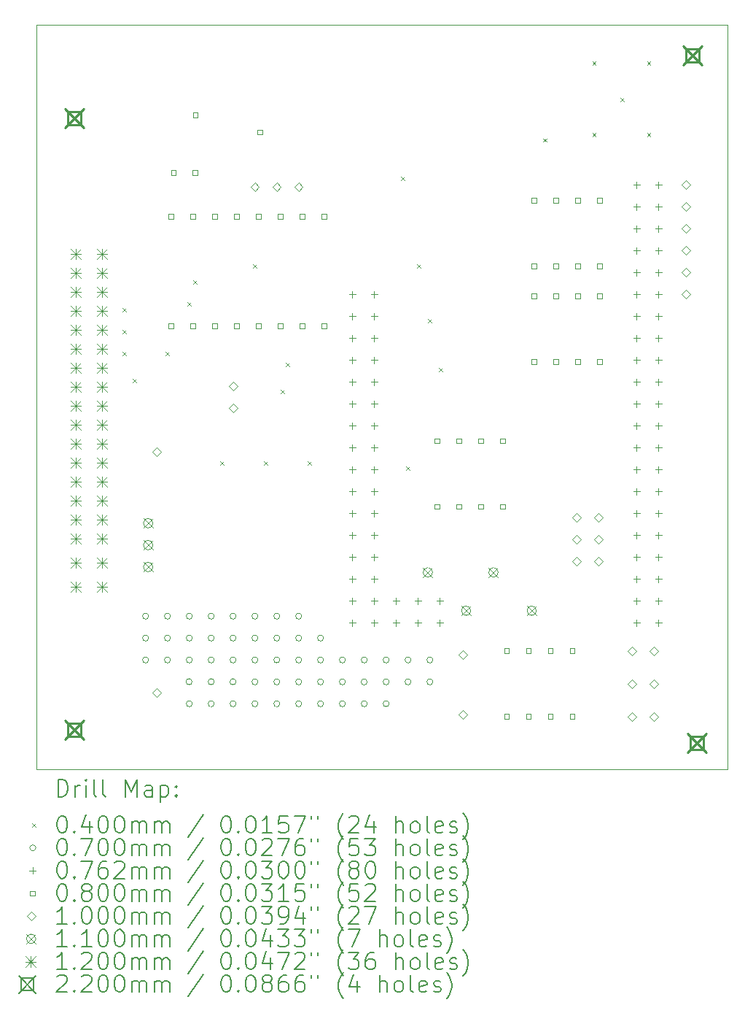
<source format=gbr>
%FSLAX45Y45*%
G04 Gerber Fmt 4.5, Leading zero omitted, Abs format (unit mm)*
G04 Created by KiCad (PCBNEW (6.0.1)) date 2022-02-06 00:08:50*
%MOMM*%
%LPD*%
G01*
G04 APERTURE LIST*
%TA.AperFunction,Profile*%
%ADD10C,0.100000*%
%TD*%
%ADD11C,0.200000*%
%ADD12C,0.040000*%
%ADD13C,0.070000*%
%ADD14C,0.076200*%
%ADD15C,0.080000*%
%ADD16C,0.100000*%
%ADD17C,0.110000*%
%ADD18C,0.120000*%
%ADD19C,0.220000*%
G04 APERTURE END LIST*
D10*
X2540000Y-3302000D02*
X10566400Y-3302000D01*
X10566400Y-3302000D02*
X10566400Y-11938000D01*
X10566400Y-11938000D02*
X2540000Y-11938000D01*
X2540000Y-11938000D02*
X2540000Y-3302000D01*
D11*
D12*
X3542450Y-6584000D02*
X3582450Y-6624000D01*
X3582450Y-6584000D02*
X3542450Y-6624000D01*
X3542450Y-6838000D02*
X3582450Y-6878000D01*
X3582450Y-6838000D02*
X3542450Y-6878000D01*
X3542450Y-7092000D02*
X3582450Y-7132000D01*
X3582450Y-7092000D02*
X3542450Y-7132000D01*
X3663000Y-7409500D02*
X3703000Y-7449500D01*
X3703000Y-7409500D02*
X3663000Y-7449500D01*
X4044000Y-7092000D02*
X4084000Y-7132000D01*
X4084000Y-7092000D02*
X4044000Y-7132000D01*
X4298000Y-6520500D02*
X4338000Y-6560500D01*
X4338000Y-6520500D02*
X4298000Y-6560500D01*
X4361500Y-6266500D02*
X4401500Y-6306500D01*
X4401500Y-6266500D02*
X4361500Y-6306500D01*
X4679000Y-8362000D02*
X4719000Y-8402000D01*
X4719000Y-8362000D02*
X4679000Y-8402000D01*
X5060000Y-6076000D02*
X5100000Y-6116000D01*
X5100000Y-6076000D02*
X5060000Y-6116000D01*
X5187000Y-8362000D02*
X5227000Y-8402000D01*
X5227000Y-8362000D02*
X5187000Y-8402000D01*
X5377500Y-7536500D02*
X5417500Y-7576500D01*
X5417500Y-7536500D02*
X5377500Y-7576500D01*
X5441000Y-7219000D02*
X5481000Y-7259000D01*
X5481000Y-7219000D02*
X5441000Y-7259000D01*
X5695000Y-8362000D02*
X5735000Y-8402000D01*
X5735000Y-8362000D02*
X5695000Y-8402000D01*
X6774500Y-5060000D02*
X6814500Y-5100000D01*
X6814500Y-5060000D02*
X6774500Y-5100000D01*
X6838000Y-8425500D02*
X6878000Y-8465500D01*
X6878000Y-8425500D02*
X6838000Y-8465500D01*
X6965000Y-6076000D02*
X7005000Y-6116000D01*
X7005000Y-6076000D02*
X6965000Y-6116000D01*
X7092000Y-6711000D02*
X7132000Y-6751000D01*
X7132000Y-6711000D02*
X7092000Y-6751000D01*
X7219000Y-7282500D02*
X7259000Y-7322500D01*
X7259000Y-7282500D02*
X7219000Y-7322500D01*
X8427300Y-4617300D02*
X8467300Y-4657300D01*
X8467300Y-4617300D02*
X8427300Y-4657300D01*
X8998200Y-3726500D02*
X9038200Y-3766500D01*
X9038200Y-3726500D02*
X8998200Y-3766500D01*
X8998200Y-4552000D02*
X9038200Y-4592000D01*
X9038200Y-4552000D02*
X8998200Y-4592000D01*
X9327200Y-4147500D02*
X9367200Y-4187500D01*
X9367200Y-4147500D02*
X9327200Y-4187500D01*
X9633200Y-3726500D02*
X9673200Y-3766500D01*
X9673200Y-3726500D02*
X9633200Y-3766500D01*
X9633200Y-4552000D02*
X9673200Y-4592000D01*
X9673200Y-4552000D02*
X9633200Y-4592000D01*
D13*
X3845000Y-10160000D02*
G75*
G03*
X3845000Y-10160000I-35000J0D01*
G01*
X3845000Y-10414000D02*
G75*
G03*
X3845000Y-10414000I-35000J0D01*
G01*
X3845000Y-10668000D02*
G75*
G03*
X3845000Y-10668000I-35000J0D01*
G01*
X4099000Y-10160000D02*
G75*
G03*
X4099000Y-10160000I-35000J0D01*
G01*
X4099000Y-10414000D02*
G75*
G03*
X4099000Y-10414000I-35000J0D01*
G01*
X4099000Y-10668000D02*
G75*
G03*
X4099000Y-10668000I-35000J0D01*
G01*
X4350364Y-10920195D02*
G75*
G03*
X4350364Y-10920195I-35000J0D01*
G01*
X4353000Y-10160000D02*
G75*
G03*
X4353000Y-10160000I-35000J0D01*
G01*
X4353000Y-10414000D02*
G75*
G03*
X4353000Y-10414000I-35000J0D01*
G01*
X4353000Y-10668000D02*
G75*
G03*
X4353000Y-10668000I-35000J0D01*
G01*
X4353000Y-11176000D02*
G75*
G03*
X4353000Y-11176000I-35000J0D01*
G01*
X4606097Y-10920195D02*
G75*
G03*
X4606097Y-10920195I-35000J0D01*
G01*
X4606097Y-11175929D02*
G75*
G03*
X4606097Y-11175929I-35000J0D01*
G01*
X4607000Y-10160000D02*
G75*
G03*
X4607000Y-10160000I-35000J0D01*
G01*
X4607000Y-10414000D02*
G75*
G03*
X4607000Y-10414000I-35000J0D01*
G01*
X4607000Y-10668000D02*
G75*
G03*
X4607000Y-10668000I-35000J0D01*
G01*
X4859195Y-10920195D02*
G75*
G03*
X4859195Y-10920195I-35000J0D01*
G01*
X4861000Y-10160000D02*
G75*
G03*
X4861000Y-10160000I-35000J0D01*
G01*
X4861000Y-10414000D02*
G75*
G03*
X4861000Y-10414000I-35000J0D01*
G01*
X4861000Y-10668000D02*
G75*
G03*
X4861000Y-10668000I-35000J0D01*
G01*
X4861000Y-11176000D02*
G75*
G03*
X4861000Y-11176000I-35000J0D01*
G01*
X5115000Y-10160000D02*
G75*
G03*
X5115000Y-10160000I-35000J0D01*
G01*
X5115000Y-10414000D02*
G75*
G03*
X5115000Y-10414000I-35000J0D01*
G01*
X5115000Y-10668000D02*
G75*
G03*
X5115000Y-10668000I-35000J0D01*
G01*
X5115000Y-10922000D02*
G75*
G03*
X5115000Y-10922000I-35000J0D01*
G01*
X5115000Y-11176000D02*
G75*
G03*
X5115000Y-11176000I-35000J0D01*
G01*
X5368026Y-10667097D02*
G75*
G03*
X5368026Y-10667097I-35000J0D01*
G01*
X5368026Y-11175929D02*
G75*
G03*
X5368026Y-11175929I-35000J0D01*
G01*
X5369000Y-10160000D02*
G75*
G03*
X5369000Y-10160000I-35000J0D01*
G01*
X5369000Y-10414000D02*
G75*
G03*
X5369000Y-10414000I-35000J0D01*
G01*
X5369000Y-10922000D02*
G75*
G03*
X5369000Y-10922000I-35000J0D01*
G01*
X5623000Y-10160000D02*
G75*
G03*
X5623000Y-10160000I-35000J0D01*
G01*
X5623000Y-10414000D02*
G75*
G03*
X5623000Y-10414000I-35000J0D01*
G01*
X5623000Y-10668000D02*
G75*
G03*
X5623000Y-10668000I-35000J0D01*
G01*
X5623000Y-10922000D02*
G75*
G03*
X5623000Y-10922000I-35000J0D01*
G01*
X5623000Y-11176000D02*
G75*
G03*
X5623000Y-11176000I-35000J0D01*
G01*
X5876857Y-10414000D02*
G75*
G03*
X5876857Y-10414000I-35000J0D01*
G01*
X5877000Y-10668000D02*
G75*
G03*
X5877000Y-10668000I-35000J0D01*
G01*
X5877000Y-10922000D02*
G75*
G03*
X5877000Y-10922000I-35000J0D01*
G01*
X5877000Y-11176000D02*
G75*
G03*
X5877000Y-11176000I-35000J0D01*
G01*
X6131000Y-10668000D02*
G75*
G03*
X6131000Y-10668000I-35000J0D01*
G01*
X6131000Y-10922000D02*
G75*
G03*
X6131000Y-10922000I-35000J0D01*
G01*
X6131000Y-11176000D02*
G75*
G03*
X6131000Y-11176000I-35000J0D01*
G01*
X6383242Y-10922000D02*
G75*
G03*
X6383242Y-10922000I-35000J0D01*
G01*
X6385000Y-10668000D02*
G75*
G03*
X6385000Y-10668000I-35000J0D01*
G01*
X6385000Y-11176000D02*
G75*
G03*
X6385000Y-11176000I-35000J0D01*
G01*
X6638097Y-11175097D02*
G75*
G03*
X6638097Y-11175097I-35000J0D01*
G01*
X6639000Y-10668000D02*
G75*
G03*
X6639000Y-10668000I-35000J0D01*
G01*
X6639000Y-10922000D02*
G75*
G03*
X6639000Y-10922000I-35000J0D01*
G01*
X6892952Y-10667145D02*
G75*
G03*
X6892952Y-10667145I-35000J0D01*
G01*
X6892952Y-10922000D02*
G75*
G03*
X6892952Y-10922000I-35000J0D01*
G01*
X7147000Y-10668000D02*
G75*
G03*
X7147000Y-10668000I-35000J0D01*
G01*
X7147000Y-10922000D02*
G75*
G03*
X7147000Y-10922000I-35000J0D01*
G01*
D14*
X6210951Y-6387449D02*
X6210951Y-6463649D01*
X6172851Y-6425549D02*
X6249051Y-6425549D01*
X6210951Y-6641449D02*
X6210951Y-6717649D01*
X6172851Y-6679549D02*
X6249051Y-6679549D01*
X6210951Y-6895449D02*
X6210951Y-6971649D01*
X6172851Y-6933549D02*
X6249051Y-6933549D01*
X6210951Y-7149449D02*
X6210951Y-7225649D01*
X6172851Y-7187549D02*
X6249051Y-7187549D01*
X6210951Y-7403449D02*
X6210951Y-7479649D01*
X6172851Y-7441549D02*
X6249051Y-7441549D01*
X6210951Y-7657449D02*
X6210951Y-7733649D01*
X6172851Y-7695549D02*
X6249051Y-7695549D01*
X6210951Y-7911449D02*
X6210951Y-7987649D01*
X6172851Y-7949549D02*
X6249051Y-7949549D01*
X6210951Y-8165449D02*
X6210951Y-8241649D01*
X6172851Y-8203549D02*
X6249051Y-8203549D01*
X6210951Y-8419449D02*
X6210951Y-8495649D01*
X6172851Y-8457549D02*
X6249051Y-8457549D01*
X6210951Y-8673449D02*
X6210951Y-8749649D01*
X6172851Y-8711549D02*
X6249051Y-8711549D01*
X6210951Y-8927449D02*
X6210951Y-9003649D01*
X6172851Y-8965549D02*
X6249051Y-8965549D01*
X6210951Y-9181449D02*
X6210951Y-9257649D01*
X6172851Y-9219549D02*
X6249051Y-9219549D01*
X6210951Y-9435449D02*
X6210951Y-9511649D01*
X6172851Y-9473549D02*
X6249051Y-9473549D01*
X6210951Y-9689449D02*
X6210951Y-9765649D01*
X6172851Y-9727549D02*
X6249051Y-9727549D01*
X6210951Y-9943449D02*
X6210951Y-10019649D01*
X6172851Y-9981549D02*
X6249051Y-9981549D01*
X6210951Y-10197449D02*
X6210951Y-10273649D01*
X6172851Y-10235549D02*
X6249051Y-10235549D01*
X6464951Y-6387449D02*
X6464951Y-6463649D01*
X6426851Y-6425549D02*
X6503051Y-6425549D01*
X6464951Y-6641449D02*
X6464951Y-6717649D01*
X6426851Y-6679549D02*
X6503051Y-6679549D01*
X6464951Y-6895449D02*
X6464951Y-6971649D01*
X6426851Y-6933549D02*
X6503051Y-6933549D01*
X6464951Y-7149449D02*
X6464951Y-7225649D01*
X6426851Y-7187549D02*
X6503051Y-7187549D01*
X6464951Y-7403449D02*
X6464951Y-7479649D01*
X6426851Y-7441549D02*
X6503051Y-7441549D01*
X6464951Y-7657449D02*
X6464951Y-7733649D01*
X6426851Y-7695549D02*
X6503051Y-7695549D01*
X6464951Y-7911449D02*
X6464951Y-7987649D01*
X6426851Y-7949549D02*
X6503051Y-7949549D01*
X6464951Y-8165449D02*
X6464951Y-8241649D01*
X6426851Y-8203549D02*
X6503051Y-8203549D01*
X6464951Y-8419449D02*
X6464951Y-8495649D01*
X6426851Y-8457549D02*
X6503051Y-8457549D01*
X6464951Y-8673449D02*
X6464951Y-8749649D01*
X6426851Y-8711549D02*
X6503051Y-8711549D01*
X6464951Y-8927449D02*
X6464951Y-9003649D01*
X6426851Y-8965549D02*
X6503051Y-8965549D01*
X6464951Y-9181449D02*
X6464951Y-9257649D01*
X6426851Y-9219549D02*
X6503051Y-9219549D01*
X6464951Y-9435449D02*
X6464951Y-9511649D01*
X6426851Y-9473549D02*
X6503051Y-9473549D01*
X6464951Y-9689449D02*
X6464951Y-9765649D01*
X6426851Y-9727549D02*
X6503051Y-9727549D01*
X6464951Y-9943449D02*
X6464951Y-10019649D01*
X6426851Y-9981549D02*
X6503051Y-9981549D01*
X6464951Y-10197449D02*
X6464951Y-10273649D01*
X6426851Y-10235549D02*
X6503051Y-10235549D01*
X6718951Y-9943449D02*
X6718951Y-10019649D01*
X6680851Y-9981549D02*
X6757051Y-9981549D01*
X6718951Y-10197449D02*
X6718951Y-10273649D01*
X6680851Y-10235549D02*
X6757051Y-10235549D01*
X6972951Y-9943449D02*
X6972951Y-10019649D01*
X6934851Y-9981549D02*
X7011051Y-9981549D01*
X6972951Y-10197449D02*
X6972951Y-10273649D01*
X6934851Y-10235549D02*
X7011051Y-10235549D01*
X7226951Y-9943449D02*
X7226951Y-10019649D01*
X7188851Y-9981549D02*
X7265051Y-9981549D01*
X7226951Y-10197449D02*
X7226951Y-10273649D01*
X7188851Y-10235549D02*
X7265051Y-10235549D01*
X9512951Y-5117449D02*
X9512951Y-5193649D01*
X9474851Y-5155549D02*
X9551051Y-5155549D01*
X9512951Y-5371449D02*
X9512951Y-5447649D01*
X9474851Y-5409549D02*
X9551051Y-5409549D01*
X9512951Y-5625449D02*
X9512951Y-5701649D01*
X9474851Y-5663549D02*
X9551051Y-5663549D01*
X9512951Y-5879449D02*
X9512951Y-5955649D01*
X9474851Y-5917549D02*
X9551051Y-5917549D01*
X9512951Y-6133449D02*
X9512951Y-6209649D01*
X9474851Y-6171549D02*
X9551051Y-6171549D01*
X9512951Y-6387449D02*
X9512951Y-6463649D01*
X9474851Y-6425549D02*
X9551051Y-6425549D01*
X9512951Y-6641449D02*
X9512951Y-6717649D01*
X9474851Y-6679549D02*
X9551051Y-6679549D01*
X9512951Y-6895449D02*
X9512951Y-6971649D01*
X9474851Y-6933549D02*
X9551051Y-6933549D01*
X9512951Y-7149449D02*
X9512951Y-7225649D01*
X9474851Y-7187549D02*
X9551051Y-7187549D01*
X9512951Y-7403449D02*
X9512951Y-7479649D01*
X9474851Y-7441549D02*
X9551051Y-7441549D01*
X9512951Y-7657449D02*
X9512951Y-7733649D01*
X9474851Y-7695549D02*
X9551051Y-7695549D01*
X9512951Y-7911449D02*
X9512951Y-7987649D01*
X9474851Y-7949549D02*
X9551051Y-7949549D01*
X9512951Y-8165449D02*
X9512951Y-8241649D01*
X9474851Y-8203549D02*
X9551051Y-8203549D01*
X9512951Y-8419449D02*
X9512951Y-8495649D01*
X9474851Y-8457549D02*
X9551051Y-8457549D01*
X9512951Y-8673449D02*
X9512951Y-8749649D01*
X9474851Y-8711549D02*
X9551051Y-8711549D01*
X9512951Y-8927449D02*
X9512951Y-9003649D01*
X9474851Y-8965549D02*
X9551051Y-8965549D01*
X9512951Y-9181449D02*
X9512951Y-9257649D01*
X9474851Y-9219549D02*
X9551051Y-9219549D01*
X9512951Y-9435449D02*
X9512951Y-9511649D01*
X9474851Y-9473549D02*
X9551051Y-9473549D01*
X9512951Y-9689449D02*
X9512951Y-9765649D01*
X9474851Y-9727549D02*
X9551051Y-9727549D01*
X9512951Y-9943449D02*
X9512951Y-10019649D01*
X9474851Y-9981549D02*
X9551051Y-9981549D01*
X9512951Y-10197449D02*
X9512951Y-10273649D01*
X9474851Y-10235549D02*
X9551051Y-10235549D01*
X9766951Y-5117449D02*
X9766951Y-5193649D01*
X9728851Y-5155549D02*
X9805051Y-5155549D01*
X9766951Y-5371449D02*
X9766951Y-5447649D01*
X9728851Y-5409549D02*
X9805051Y-5409549D01*
X9766951Y-5625449D02*
X9766951Y-5701649D01*
X9728851Y-5663549D02*
X9805051Y-5663549D01*
X9766951Y-5879449D02*
X9766951Y-5955649D01*
X9728851Y-5917549D02*
X9805051Y-5917549D01*
X9766951Y-6133449D02*
X9766951Y-6209649D01*
X9728851Y-6171549D02*
X9805051Y-6171549D01*
X9766951Y-6387449D02*
X9766951Y-6463649D01*
X9728851Y-6425549D02*
X9805051Y-6425549D01*
X9766951Y-6641449D02*
X9766951Y-6717649D01*
X9728851Y-6679549D02*
X9805051Y-6679549D01*
X9766951Y-6895449D02*
X9766951Y-6971649D01*
X9728851Y-6933549D02*
X9805051Y-6933549D01*
X9766951Y-7149449D02*
X9766951Y-7225649D01*
X9728851Y-7187549D02*
X9805051Y-7187549D01*
X9766951Y-7403449D02*
X9766951Y-7479649D01*
X9728851Y-7441549D02*
X9805051Y-7441549D01*
X9766951Y-7657449D02*
X9766951Y-7733649D01*
X9728851Y-7695549D02*
X9805051Y-7695549D01*
X9766951Y-7911449D02*
X9766951Y-7987649D01*
X9728851Y-7949549D02*
X9805051Y-7949549D01*
X9766951Y-8165449D02*
X9766951Y-8241649D01*
X9728851Y-8203549D02*
X9805051Y-8203549D01*
X9766951Y-8419449D02*
X9766951Y-8495649D01*
X9728851Y-8457549D02*
X9805051Y-8457549D01*
X9766951Y-8673449D02*
X9766951Y-8749649D01*
X9728851Y-8711549D02*
X9805051Y-8711549D01*
X9766951Y-8927449D02*
X9766951Y-9003649D01*
X9728851Y-8965549D02*
X9805051Y-8965549D01*
X9766951Y-9181449D02*
X9766951Y-9257649D01*
X9728851Y-9219549D02*
X9805051Y-9219549D01*
X9766951Y-9435449D02*
X9766951Y-9511649D01*
X9728851Y-9473549D02*
X9805051Y-9473549D01*
X9766951Y-9689449D02*
X9766951Y-9765649D01*
X9728851Y-9727549D02*
X9805051Y-9727549D01*
X9766951Y-9943449D02*
X9766951Y-10019649D01*
X9728851Y-9981549D02*
X9805051Y-9981549D01*
X9766951Y-10197449D02*
X9766951Y-10273649D01*
X9728851Y-10235549D02*
X9805051Y-10235549D01*
D15*
X4131687Y-5552785D02*
X4131687Y-5496216D01*
X4075118Y-5496216D01*
X4075118Y-5552785D01*
X4131687Y-5552785D01*
X4131687Y-6822784D02*
X4131687Y-6766215D01*
X4075118Y-6766215D01*
X4075118Y-6822784D01*
X4131687Y-6822784D01*
X4162273Y-5044785D02*
X4162273Y-4988216D01*
X4105704Y-4988216D01*
X4105704Y-5044785D01*
X4162273Y-5044785D01*
X4385687Y-5552785D02*
X4385687Y-5496216D01*
X4329118Y-5496216D01*
X4329118Y-5552785D01*
X4385687Y-5552785D01*
X4385687Y-6822784D02*
X4385687Y-6766215D01*
X4329118Y-6766215D01*
X4329118Y-6822784D01*
X4385687Y-6822784D01*
X4412273Y-5044785D02*
X4412273Y-4988216D01*
X4355704Y-4988216D01*
X4355704Y-5044785D01*
X4412273Y-5044785D01*
X4415785Y-4373285D02*
X4415785Y-4316716D01*
X4359216Y-4316716D01*
X4359216Y-4373285D01*
X4415785Y-4373285D01*
X4639687Y-5552785D02*
X4639687Y-5496216D01*
X4583118Y-5496216D01*
X4583118Y-5552785D01*
X4639687Y-5552785D01*
X4639687Y-6822784D02*
X4639687Y-6766215D01*
X4583118Y-6766215D01*
X4583118Y-6822784D01*
X4639687Y-6822784D01*
X4893687Y-5552785D02*
X4893687Y-5496216D01*
X4837118Y-5496216D01*
X4837118Y-5552785D01*
X4893687Y-5552785D01*
X4893687Y-6822784D02*
X4893687Y-6766215D01*
X4837118Y-6766215D01*
X4837118Y-6822784D01*
X4893687Y-6822784D01*
X5147687Y-5552785D02*
X5147687Y-5496216D01*
X5091118Y-5496216D01*
X5091118Y-5552785D01*
X5147687Y-5552785D01*
X5147687Y-6822784D02*
X5147687Y-6766215D01*
X5091118Y-6766215D01*
X5091118Y-6822784D01*
X5147687Y-6822784D01*
X5165785Y-4573285D02*
X5165785Y-4516716D01*
X5109216Y-4516716D01*
X5109216Y-4573285D01*
X5165785Y-4573285D01*
X5401687Y-5552785D02*
X5401687Y-5496216D01*
X5345118Y-5496216D01*
X5345118Y-5552785D01*
X5401687Y-5552785D01*
X5401687Y-6822784D02*
X5401687Y-6766215D01*
X5345118Y-6766215D01*
X5345118Y-6822784D01*
X5401687Y-6822784D01*
X5655687Y-5552785D02*
X5655687Y-5496216D01*
X5599118Y-5496216D01*
X5599118Y-5552785D01*
X5655687Y-5552785D01*
X5655687Y-6822784D02*
X5655687Y-6766215D01*
X5599118Y-6766215D01*
X5599118Y-6822784D01*
X5655687Y-6822784D01*
X5909687Y-5552785D02*
X5909687Y-5496216D01*
X5853118Y-5496216D01*
X5853118Y-5552785D01*
X5909687Y-5552785D01*
X5909687Y-6822784D02*
X5909687Y-6766215D01*
X5853118Y-6766215D01*
X5853118Y-6822784D01*
X5909687Y-6822784D01*
X7224236Y-8154333D02*
X7224236Y-8097764D01*
X7167667Y-8097764D01*
X7167667Y-8154333D01*
X7224236Y-8154333D01*
X7224236Y-8916333D02*
X7224236Y-8859764D01*
X7167667Y-8859764D01*
X7167667Y-8916333D01*
X7224236Y-8916333D01*
X7478236Y-8154333D02*
X7478236Y-8097764D01*
X7421667Y-8097764D01*
X7421667Y-8154333D01*
X7478236Y-8154333D01*
X7478236Y-8916333D02*
X7478236Y-8859764D01*
X7421667Y-8859764D01*
X7421667Y-8916333D01*
X7478236Y-8916333D01*
X7732236Y-8154333D02*
X7732236Y-8097764D01*
X7675667Y-8097764D01*
X7675667Y-8154333D01*
X7732236Y-8154333D01*
X7732236Y-8916333D02*
X7732236Y-8859764D01*
X7675667Y-8859764D01*
X7675667Y-8916333D01*
X7732236Y-8916333D01*
X7986236Y-8154333D02*
X7986236Y-8097764D01*
X7929667Y-8097764D01*
X7929667Y-8154333D01*
X7986236Y-8154333D01*
X7986236Y-8916333D02*
X7986236Y-8859764D01*
X7929667Y-8859764D01*
X7929667Y-8916333D01*
X7986236Y-8916333D01*
X8030284Y-10588535D02*
X8030284Y-10531966D01*
X7973715Y-10531966D01*
X7973715Y-10588535D01*
X8030284Y-10588535D01*
X8030284Y-11350534D02*
X8030284Y-11293965D01*
X7973715Y-11293965D01*
X7973715Y-11350534D01*
X8030284Y-11350534D01*
X8284284Y-10588535D02*
X8284284Y-10531966D01*
X8227715Y-10531966D01*
X8227715Y-10588535D01*
X8284284Y-10588535D01*
X8284284Y-11350534D02*
X8284284Y-11293965D01*
X8227715Y-11293965D01*
X8227715Y-11350534D01*
X8284284Y-11350534D01*
X8347784Y-5361285D02*
X8347784Y-5304716D01*
X8291215Y-5304716D01*
X8291215Y-5361285D01*
X8347784Y-5361285D01*
X8347784Y-6123284D02*
X8347784Y-6066715D01*
X8291215Y-6066715D01*
X8291215Y-6123284D01*
X8347784Y-6123284D01*
X8347784Y-6474034D02*
X8347784Y-6417465D01*
X8291215Y-6417465D01*
X8291215Y-6474034D01*
X8347784Y-6474034D01*
X8347784Y-7236034D02*
X8347784Y-7179465D01*
X8291215Y-7179465D01*
X8291215Y-7236034D01*
X8347784Y-7236034D01*
X8538285Y-10588535D02*
X8538285Y-10531966D01*
X8481716Y-10531966D01*
X8481716Y-10588535D01*
X8538285Y-10588535D01*
X8538285Y-11350534D02*
X8538285Y-11293965D01*
X8481716Y-11293965D01*
X8481716Y-11350534D01*
X8538285Y-11350534D01*
X8601785Y-5361285D02*
X8601785Y-5304716D01*
X8545216Y-5304716D01*
X8545216Y-5361285D01*
X8601785Y-5361285D01*
X8601785Y-6123284D02*
X8601785Y-6066715D01*
X8545216Y-6066715D01*
X8545216Y-6123284D01*
X8601785Y-6123284D01*
X8601785Y-6474034D02*
X8601785Y-6417465D01*
X8545216Y-6417465D01*
X8545216Y-6474034D01*
X8601785Y-6474034D01*
X8601785Y-7236034D02*
X8601785Y-7179465D01*
X8545216Y-7179465D01*
X8545216Y-7236034D01*
X8601785Y-7236034D01*
X8792285Y-10588535D02*
X8792285Y-10531966D01*
X8735716Y-10531966D01*
X8735716Y-10588535D01*
X8792285Y-10588535D01*
X8792285Y-11350534D02*
X8792285Y-11293965D01*
X8735716Y-11293965D01*
X8735716Y-11350534D01*
X8792285Y-11350534D01*
X8855785Y-5361285D02*
X8855785Y-5304716D01*
X8799216Y-5304716D01*
X8799216Y-5361285D01*
X8855785Y-5361285D01*
X8855785Y-6123284D02*
X8855785Y-6066715D01*
X8799216Y-6066715D01*
X8799216Y-6123284D01*
X8855785Y-6123284D01*
X8855785Y-6474034D02*
X8855785Y-6417465D01*
X8799216Y-6417465D01*
X8799216Y-6474034D01*
X8855785Y-6474034D01*
X8855785Y-7236034D02*
X8855785Y-7179465D01*
X8799216Y-7179465D01*
X8799216Y-7236034D01*
X8855785Y-7236034D01*
X9109785Y-5361285D02*
X9109785Y-5304716D01*
X9053216Y-5304716D01*
X9053216Y-5361285D01*
X9109785Y-5361285D01*
X9109785Y-6123284D02*
X9109785Y-6066715D01*
X9053216Y-6066715D01*
X9053216Y-6123284D01*
X9109785Y-6123284D01*
X9109785Y-6474034D02*
X9109785Y-6417465D01*
X9053216Y-6417465D01*
X9053216Y-6474034D01*
X9109785Y-6474034D01*
X9109785Y-7236034D02*
X9109785Y-7179465D01*
X9053216Y-7179465D01*
X9053216Y-7236034D01*
X9109785Y-7236034D01*
D16*
X3937000Y-8305000D02*
X3987000Y-8255000D01*
X3937000Y-8205000D01*
X3887000Y-8255000D01*
X3937000Y-8305000D01*
X3937000Y-11099000D02*
X3987000Y-11049000D01*
X3937000Y-10999000D01*
X3887000Y-11049000D01*
X3937000Y-11099000D01*
X4826000Y-7543000D02*
X4876000Y-7493000D01*
X4826000Y-7443000D01*
X4776000Y-7493000D01*
X4826000Y-7543000D01*
X4826000Y-7797000D02*
X4876000Y-7747000D01*
X4826000Y-7697000D01*
X4776000Y-7747000D01*
X4826000Y-7797000D01*
X5078500Y-5231600D02*
X5128500Y-5181600D01*
X5078500Y-5131600D01*
X5028500Y-5181600D01*
X5078500Y-5231600D01*
X5332500Y-5231600D02*
X5382500Y-5181600D01*
X5332500Y-5131600D01*
X5282500Y-5181600D01*
X5332500Y-5231600D01*
X5586500Y-5231600D02*
X5636500Y-5181600D01*
X5586500Y-5131600D01*
X5536500Y-5181600D01*
X5586500Y-5231600D01*
X7493000Y-10654500D02*
X7543000Y-10604500D01*
X7493000Y-10554500D01*
X7443000Y-10604500D01*
X7493000Y-10654500D01*
X7493000Y-11353000D02*
X7543000Y-11303000D01*
X7493000Y-11253000D01*
X7443000Y-11303000D01*
X7493000Y-11353000D01*
X8814451Y-9065500D02*
X8864451Y-9015500D01*
X8814451Y-8965500D01*
X8764451Y-9015500D01*
X8814451Y-9065500D01*
X8814451Y-9319500D02*
X8864451Y-9269500D01*
X8814451Y-9219500D01*
X8764451Y-9269500D01*
X8814451Y-9319500D01*
X8814451Y-9573500D02*
X8864451Y-9523500D01*
X8814451Y-9473500D01*
X8764451Y-9523500D01*
X8814451Y-9573500D01*
X9068451Y-9065500D02*
X9118451Y-9015500D01*
X9068451Y-8965500D01*
X9018451Y-9015500D01*
X9068451Y-9065500D01*
X9068451Y-9319500D02*
X9118451Y-9269500D01*
X9068451Y-9219500D01*
X9018451Y-9269500D01*
X9068451Y-9319500D01*
X9068451Y-9573500D02*
X9118451Y-9523500D01*
X9068451Y-9473500D01*
X9018451Y-9523500D01*
X9068451Y-9573500D01*
X9461000Y-10611250D02*
X9511000Y-10561250D01*
X9461000Y-10511250D01*
X9411000Y-10561250D01*
X9461000Y-10611250D01*
X9461000Y-10992250D02*
X9511000Y-10942250D01*
X9461000Y-10892250D01*
X9411000Y-10942250D01*
X9461000Y-10992250D01*
X9461000Y-11373250D02*
X9511000Y-11323250D01*
X9461000Y-11273250D01*
X9411000Y-11323250D01*
X9461000Y-11373250D01*
X9715000Y-10611250D02*
X9765000Y-10561250D01*
X9715000Y-10511250D01*
X9665000Y-10561250D01*
X9715000Y-10611250D01*
X9715000Y-10992250D02*
X9765000Y-10942250D01*
X9715000Y-10892250D01*
X9665000Y-10942250D01*
X9715000Y-10992250D01*
X9715000Y-11373250D02*
X9765000Y-11323250D01*
X9715000Y-11273250D01*
X9665000Y-11323250D01*
X9715000Y-11373250D01*
X10084451Y-5205549D02*
X10134451Y-5155549D01*
X10084451Y-5105549D01*
X10034451Y-5155549D01*
X10084451Y-5205549D01*
X10084451Y-5459549D02*
X10134451Y-5409549D01*
X10084451Y-5359549D01*
X10034451Y-5409549D01*
X10084451Y-5459549D01*
X10084451Y-5713549D02*
X10134451Y-5663549D01*
X10084451Y-5613549D01*
X10034451Y-5663549D01*
X10084451Y-5713549D01*
X10084451Y-5967549D02*
X10134451Y-5917549D01*
X10084451Y-5867549D01*
X10034451Y-5917549D01*
X10084451Y-5967549D01*
X10084451Y-6221549D02*
X10134451Y-6171549D01*
X10084451Y-6121549D01*
X10034451Y-6171549D01*
X10084451Y-6221549D01*
X10084451Y-6475549D02*
X10134451Y-6425549D01*
X10084451Y-6375549D01*
X10034451Y-6425549D01*
X10084451Y-6475549D01*
D17*
X3784500Y-9025500D02*
X3894500Y-9135500D01*
X3894500Y-9025500D02*
X3784500Y-9135500D01*
X3894500Y-9080500D02*
G75*
G03*
X3894500Y-9080500I-55000J0D01*
G01*
X3784500Y-9279500D02*
X3894500Y-9389500D01*
X3894500Y-9279500D02*
X3784500Y-9389500D01*
X3894500Y-9334500D02*
G75*
G03*
X3894500Y-9334500I-55000J0D01*
G01*
X3784500Y-9533500D02*
X3894500Y-9643500D01*
X3894500Y-9533500D02*
X3784500Y-9643500D01*
X3894500Y-9588500D02*
G75*
G03*
X3894500Y-9588500I-55000J0D01*
G01*
X7032902Y-9597000D02*
X7142902Y-9707000D01*
X7142902Y-9597000D02*
X7032902Y-9707000D01*
X7142902Y-9652000D02*
G75*
G03*
X7142902Y-9652000I-55000J0D01*
G01*
X7477402Y-10041500D02*
X7587402Y-10151500D01*
X7587402Y-10041500D02*
X7477402Y-10151500D01*
X7587402Y-10096500D02*
G75*
G03*
X7587402Y-10096500I-55000J0D01*
G01*
X7794902Y-9597000D02*
X7904902Y-9707000D01*
X7904902Y-9597000D02*
X7794902Y-9707000D01*
X7904902Y-9652000D02*
G75*
G03*
X7904902Y-9652000I-55000J0D01*
G01*
X8239402Y-10041500D02*
X8349402Y-10151500D01*
X8349402Y-10041500D02*
X8239402Y-10151500D01*
X8349402Y-10096500D02*
G75*
G03*
X8349402Y-10096500I-55000J0D01*
G01*
D18*
X2942000Y-5900000D02*
X3062000Y-6020000D01*
X3062000Y-5900000D02*
X2942000Y-6020000D01*
X3002000Y-5900000D02*
X3002000Y-6020000D01*
X2942000Y-5960000D02*
X3062000Y-5960000D01*
X2942000Y-6120000D02*
X3062000Y-6240000D01*
X3062000Y-6120000D02*
X2942000Y-6240000D01*
X3002000Y-6120000D02*
X3002000Y-6240000D01*
X2942000Y-6180000D02*
X3062000Y-6180000D01*
X2942000Y-6340000D02*
X3062000Y-6460000D01*
X3062000Y-6340000D02*
X2942000Y-6460000D01*
X3002000Y-6340000D02*
X3002000Y-6460000D01*
X2942000Y-6400000D02*
X3062000Y-6400000D01*
X2942000Y-6560000D02*
X3062000Y-6680000D01*
X3062000Y-6560000D02*
X2942000Y-6680000D01*
X3002000Y-6560000D02*
X3002000Y-6680000D01*
X2942000Y-6620000D02*
X3062000Y-6620000D01*
X2942000Y-6780000D02*
X3062000Y-6900000D01*
X3062000Y-6780000D02*
X2942000Y-6900000D01*
X3002000Y-6780000D02*
X3002000Y-6900000D01*
X2942000Y-6840000D02*
X3062000Y-6840000D01*
X2942000Y-7000000D02*
X3062000Y-7120000D01*
X3062000Y-7000000D02*
X2942000Y-7120000D01*
X3002000Y-7000000D02*
X3002000Y-7120000D01*
X2942000Y-7060000D02*
X3062000Y-7060000D01*
X2942000Y-7220000D02*
X3062000Y-7340000D01*
X3062000Y-7220000D02*
X2942000Y-7340000D01*
X3002000Y-7220000D02*
X3002000Y-7340000D01*
X2942000Y-7280000D02*
X3062000Y-7280000D01*
X2942000Y-7440000D02*
X3062000Y-7560000D01*
X3062000Y-7440000D02*
X2942000Y-7560000D01*
X3002000Y-7440000D02*
X3002000Y-7560000D01*
X2942000Y-7500000D02*
X3062000Y-7500000D01*
X2942000Y-7660000D02*
X3062000Y-7780000D01*
X3062000Y-7660000D02*
X2942000Y-7780000D01*
X3002000Y-7660000D02*
X3002000Y-7780000D01*
X2942000Y-7720000D02*
X3062000Y-7720000D01*
X2942000Y-7880000D02*
X3062000Y-8000000D01*
X3062000Y-7880000D02*
X2942000Y-8000000D01*
X3002000Y-7880000D02*
X3002000Y-8000000D01*
X2942000Y-7940000D02*
X3062000Y-7940000D01*
X2942000Y-8100000D02*
X3062000Y-8220000D01*
X3062000Y-8100000D02*
X2942000Y-8220000D01*
X3002000Y-8100000D02*
X3002000Y-8220000D01*
X2942000Y-8160000D02*
X3062000Y-8160000D01*
X2942000Y-8320000D02*
X3062000Y-8440000D01*
X3062000Y-8320000D02*
X2942000Y-8440000D01*
X3002000Y-8320000D02*
X3002000Y-8440000D01*
X2942000Y-8380000D02*
X3062000Y-8380000D01*
X2942000Y-8540000D02*
X3062000Y-8660000D01*
X3062000Y-8540000D02*
X2942000Y-8660000D01*
X3002000Y-8540000D02*
X3002000Y-8660000D01*
X2942000Y-8600000D02*
X3062000Y-8600000D01*
X2942000Y-8760000D02*
X3062000Y-8880000D01*
X3062000Y-8760000D02*
X2942000Y-8880000D01*
X3002000Y-8760000D02*
X3002000Y-8880000D01*
X2942000Y-8820000D02*
X3062000Y-8820000D01*
X2942000Y-8980000D02*
X3062000Y-9100000D01*
X3062000Y-8980000D02*
X2942000Y-9100000D01*
X3002000Y-8980000D02*
X3002000Y-9100000D01*
X2942000Y-9040000D02*
X3062000Y-9040000D01*
X2942000Y-9200000D02*
X3062000Y-9320000D01*
X3062000Y-9200000D02*
X2942000Y-9320000D01*
X3002000Y-9200000D02*
X3002000Y-9320000D01*
X2942000Y-9260000D02*
X3062000Y-9260000D01*
X2942000Y-9480000D02*
X3062000Y-9600000D01*
X3062000Y-9480000D02*
X2942000Y-9600000D01*
X3002000Y-9480000D02*
X3002000Y-9600000D01*
X2942000Y-9540000D02*
X3062000Y-9540000D01*
X2942000Y-9760000D02*
X3062000Y-9880000D01*
X3062000Y-9760000D02*
X2942000Y-9880000D01*
X3002000Y-9760000D02*
X3002000Y-9880000D01*
X2942000Y-9820000D02*
X3062000Y-9820000D01*
X3242000Y-5900000D02*
X3362000Y-6020000D01*
X3362000Y-5900000D02*
X3242000Y-6020000D01*
X3302000Y-5900000D02*
X3302000Y-6020000D01*
X3242000Y-5960000D02*
X3362000Y-5960000D01*
X3242000Y-6120000D02*
X3362000Y-6240000D01*
X3362000Y-6120000D02*
X3242000Y-6240000D01*
X3302000Y-6120000D02*
X3302000Y-6240000D01*
X3242000Y-6180000D02*
X3362000Y-6180000D01*
X3242000Y-6340000D02*
X3362000Y-6460000D01*
X3362000Y-6340000D02*
X3242000Y-6460000D01*
X3302000Y-6340000D02*
X3302000Y-6460000D01*
X3242000Y-6400000D02*
X3362000Y-6400000D01*
X3242000Y-6560000D02*
X3362000Y-6680000D01*
X3362000Y-6560000D02*
X3242000Y-6680000D01*
X3302000Y-6560000D02*
X3302000Y-6680000D01*
X3242000Y-6620000D02*
X3362000Y-6620000D01*
X3242000Y-6780000D02*
X3362000Y-6900000D01*
X3362000Y-6780000D02*
X3242000Y-6900000D01*
X3302000Y-6780000D02*
X3302000Y-6900000D01*
X3242000Y-6840000D02*
X3362000Y-6840000D01*
X3242000Y-7000000D02*
X3362000Y-7120000D01*
X3362000Y-7000000D02*
X3242000Y-7120000D01*
X3302000Y-7000000D02*
X3302000Y-7120000D01*
X3242000Y-7060000D02*
X3362000Y-7060000D01*
X3242000Y-7220000D02*
X3362000Y-7340000D01*
X3362000Y-7220000D02*
X3242000Y-7340000D01*
X3302000Y-7220000D02*
X3302000Y-7340000D01*
X3242000Y-7280000D02*
X3362000Y-7280000D01*
X3242000Y-7440000D02*
X3362000Y-7560000D01*
X3362000Y-7440000D02*
X3242000Y-7560000D01*
X3302000Y-7440000D02*
X3302000Y-7560000D01*
X3242000Y-7500000D02*
X3362000Y-7500000D01*
X3242000Y-7660000D02*
X3362000Y-7780000D01*
X3362000Y-7660000D02*
X3242000Y-7780000D01*
X3302000Y-7660000D02*
X3302000Y-7780000D01*
X3242000Y-7720000D02*
X3362000Y-7720000D01*
X3242000Y-7880000D02*
X3362000Y-8000000D01*
X3362000Y-7880000D02*
X3242000Y-8000000D01*
X3302000Y-7880000D02*
X3302000Y-8000000D01*
X3242000Y-7940000D02*
X3362000Y-7940000D01*
X3242000Y-8100000D02*
X3362000Y-8220000D01*
X3362000Y-8100000D02*
X3242000Y-8220000D01*
X3302000Y-8100000D02*
X3302000Y-8220000D01*
X3242000Y-8160000D02*
X3362000Y-8160000D01*
X3242000Y-8320000D02*
X3362000Y-8440000D01*
X3362000Y-8320000D02*
X3242000Y-8440000D01*
X3302000Y-8320000D02*
X3302000Y-8440000D01*
X3242000Y-8380000D02*
X3362000Y-8380000D01*
X3242000Y-8540000D02*
X3362000Y-8660000D01*
X3362000Y-8540000D02*
X3242000Y-8660000D01*
X3302000Y-8540000D02*
X3302000Y-8660000D01*
X3242000Y-8600000D02*
X3362000Y-8600000D01*
X3242000Y-8760000D02*
X3362000Y-8880000D01*
X3362000Y-8760000D02*
X3242000Y-8880000D01*
X3302000Y-8760000D02*
X3302000Y-8880000D01*
X3242000Y-8820000D02*
X3362000Y-8820000D01*
X3242000Y-8980000D02*
X3362000Y-9100000D01*
X3362000Y-8980000D02*
X3242000Y-9100000D01*
X3302000Y-8980000D02*
X3302000Y-9100000D01*
X3242000Y-9040000D02*
X3362000Y-9040000D01*
X3242000Y-9200000D02*
X3362000Y-9320000D01*
X3362000Y-9200000D02*
X3242000Y-9320000D01*
X3302000Y-9200000D02*
X3302000Y-9320000D01*
X3242000Y-9260000D02*
X3362000Y-9260000D01*
X3242000Y-9480000D02*
X3362000Y-9600000D01*
X3362000Y-9480000D02*
X3242000Y-9600000D01*
X3302000Y-9480000D02*
X3302000Y-9600000D01*
X3242000Y-9540000D02*
X3362000Y-9540000D01*
X3242000Y-9760000D02*
X3362000Y-9880000D01*
X3362000Y-9760000D02*
X3242000Y-9880000D01*
X3302000Y-9760000D02*
X3302000Y-9880000D01*
X3242000Y-9820000D02*
X3362000Y-9820000D01*
D19*
X2874500Y-4271500D02*
X3094500Y-4491500D01*
X3094500Y-4271500D02*
X2874500Y-4491500D01*
X3062282Y-4459283D02*
X3062282Y-4303718D01*
X2906717Y-4303718D01*
X2906717Y-4459283D01*
X3062282Y-4459283D01*
X2874500Y-11370800D02*
X3094500Y-11590800D01*
X3094500Y-11370800D02*
X2874500Y-11590800D01*
X3062282Y-11558582D02*
X3062282Y-11403017D01*
X2906717Y-11403017D01*
X2906717Y-11558582D01*
X3062282Y-11558582D01*
X10050000Y-3547600D02*
X10270000Y-3767600D01*
X10270000Y-3547600D02*
X10050000Y-3767600D01*
X10237783Y-3735382D02*
X10237783Y-3579817D01*
X10082218Y-3579817D01*
X10082218Y-3735382D01*
X10237783Y-3735382D01*
X10100800Y-11523200D02*
X10320800Y-11743200D01*
X10320800Y-11523200D02*
X10100800Y-11743200D01*
X10288583Y-11710982D02*
X10288583Y-11555417D01*
X10133018Y-11555417D01*
X10133018Y-11710982D01*
X10288583Y-11710982D01*
D11*
X2792619Y-12253476D02*
X2792619Y-12053476D01*
X2840238Y-12053476D01*
X2868809Y-12063000D01*
X2887857Y-12082048D01*
X2897381Y-12101095D01*
X2906905Y-12139190D01*
X2906905Y-12167762D01*
X2897381Y-12205857D01*
X2887857Y-12224905D01*
X2868809Y-12243952D01*
X2840238Y-12253476D01*
X2792619Y-12253476D01*
X2992619Y-12253476D02*
X2992619Y-12120143D01*
X2992619Y-12158238D02*
X3002143Y-12139190D01*
X3011667Y-12129667D01*
X3030714Y-12120143D01*
X3049762Y-12120143D01*
X3116428Y-12253476D02*
X3116428Y-12120143D01*
X3116428Y-12053476D02*
X3106905Y-12063000D01*
X3116428Y-12072524D01*
X3125952Y-12063000D01*
X3116428Y-12053476D01*
X3116428Y-12072524D01*
X3240238Y-12253476D02*
X3221190Y-12243952D01*
X3211667Y-12224905D01*
X3211667Y-12053476D01*
X3345000Y-12253476D02*
X3325952Y-12243952D01*
X3316428Y-12224905D01*
X3316428Y-12053476D01*
X3573571Y-12253476D02*
X3573571Y-12053476D01*
X3640238Y-12196333D01*
X3706905Y-12053476D01*
X3706905Y-12253476D01*
X3887857Y-12253476D02*
X3887857Y-12148714D01*
X3878333Y-12129667D01*
X3859286Y-12120143D01*
X3821190Y-12120143D01*
X3802143Y-12129667D01*
X3887857Y-12243952D02*
X3868809Y-12253476D01*
X3821190Y-12253476D01*
X3802143Y-12243952D01*
X3792619Y-12224905D01*
X3792619Y-12205857D01*
X3802143Y-12186809D01*
X3821190Y-12177286D01*
X3868809Y-12177286D01*
X3887857Y-12167762D01*
X3983095Y-12120143D02*
X3983095Y-12320143D01*
X3983095Y-12129667D02*
X4002143Y-12120143D01*
X4040238Y-12120143D01*
X4059286Y-12129667D01*
X4068809Y-12139190D01*
X4078333Y-12158238D01*
X4078333Y-12215381D01*
X4068809Y-12234428D01*
X4059286Y-12243952D01*
X4040238Y-12253476D01*
X4002143Y-12253476D01*
X3983095Y-12243952D01*
X4164048Y-12234428D02*
X4173571Y-12243952D01*
X4164048Y-12253476D01*
X4154524Y-12243952D01*
X4164048Y-12234428D01*
X4164048Y-12253476D01*
X4164048Y-12129667D02*
X4173571Y-12139190D01*
X4164048Y-12148714D01*
X4154524Y-12139190D01*
X4164048Y-12129667D01*
X4164048Y-12148714D01*
D12*
X2495000Y-12563000D02*
X2535000Y-12603000D01*
X2535000Y-12563000D02*
X2495000Y-12603000D01*
D11*
X2830714Y-12473476D02*
X2849762Y-12473476D01*
X2868809Y-12483000D01*
X2878333Y-12492524D01*
X2887857Y-12511571D01*
X2897381Y-12549667D01*
X2897381Y-12597286D01*
X2887857Y-12635381D01*
X2878333Y-12654428D01*
X2868809Y-12663952D01*
X2849762Y-12673476D01*
X2830714Y-12673476D01*
X2811667Y-12663952D01*
X2802143Y-12654428D01*
X2792619Y-12635381D01*
X2783095Y-12597286D01*
X2783095Y-12549667D01*
X2792619Y-12511571D01*
X2802143Y-12492524D01*
X2811667Y-12483000D01*
X2830714Y-12473476D01*
X2983095Y-12654428D02*
X2992619Y-12663952D01*
X2983095Y-12673476D01*
X2973571Y-12663952D01*
X2983095Y-12654428D01*
X2983095Y-12673476D01*
X3164048Y-12540143D02*
X3164048Y-12673476D01*
X3116428Y-12463952D02*
X3068809Y-12606809D01*
X3192619Y-12606809D01*
X3306905Y-12473476D02*
X3325952Y-12473476D01*
X3345000Y-12483000D01*
X3354524Y-12492524D01*
X3364048Y-12511571D01*
X3373571Y-12549667D01*
X3373571Y-12597286D01*
X3364048Y-12635381D01*
X3354524Y-12654428D01*
X3345000Y-12663952D01*
X3325952Y-12673476D01*
X3306905Y-12673476D01*
X3287857Y-12663952D01*
X3278333Y-12654428D01*
X3268809Y-12635381D01*
X3259286Y-12597286D01*
X3259286Y-12549667D01*
X3268809Y-12511571D01*
X3278333Y-12492524D01*
X3287857Y-12483000D01*
X3306905Y-12473476D01*
X3497381Y-12473476D02*
X3516428Y-12473476D01*
X3535476Y-12483000D01*
X3545000Y-12492524D01*
X3554524Y-12511571D01*
X3564048Y-12549667D01*
X3564048Y-12597286D01*
X3554524Y-12635381D01*
X3545000Y-12654428D01*
X3535476Y-12663952D01*
X3516428Y-12673476D01*
X3497381Y-12673476D01*
X3478333Y-12663952D01*
X3468809Y-12654428D01*
X3459286Y-12635381D01*
X3449762Y-12597286D01*
X3449762Y-12549667D01*
X3459286Y-12511571D01*
X3468809Y-12492524D01*
X3478333Y-12483000D01*
X3497381Y-12473476D01*
X3649762Y-12673476D02*
X3649762Y-12540143D01*
X3649762Y-12559190D02*
X3659286Y-12549667D01*
X3678333Y-12540143D01*
X3706905Y-12540143D01*
X3725952Y-12549667D01*
X3735476Y-12568714D01*
X3735476Y-12673476D01*
X3735476Y-12568714D02*
X3745000Y-12549667D01*
X3764048Y-12540143D01*
X3792619Y-12540143D01*
X3811667Y-12549667D01*
X3821190Y-12568714D01*
X3821190Y-12673476D01*
X3916428Y-12673476D02*
X3916428Y-12540143D01*
X3916428Y-12559190D02*
X3925952Y-12549667D01*
X3945000Y-12540143D01*
X3973571Y-12540143D01*
X3992619Y-12549667D01*
X4002143Y-12568714D01*
X4002143Y-12673476D01*
X4002143Y-12568714D02*
X4011667Y-12549667D01*
X4030714Y-12540143D01*
X4059286Y-12540143D01*
X4078333Y-12549667D01*
X4087857Y-12568714D01*
X4087857Y-12673476D01*
X4478333Y-12463952D02*
X4306905Y-12721095D01*
X4735476Y-12473476D02*
X4754524Y-12473476D01*
X4773571Y-12483000D01*
X4783095Y-12492524D01*
X4792619Y-12511571D01*
X4802143Y-12549667D01*
X4802143Y-12597286D01*
X4792619Y-12635381D01*
X4783095Y-12654428D01*
X4773571Y-12663952D01*
X4754524Y-12673476D01*
X4735476Y-12673476D01*
X4716429Y-12663952D01*
X4706905Y-12654428D01*
X4697381Y-12635381D01*
X4687857Y-12597286D01*
X4687857Y-12549667D01*
X4697381Y-12511571D01*
X4706905Y-12492524D01*
X4716429Y-12483000D01*
X4735476Y-12473476D01*
X4887857Y-12654428D02*
X4897381Y-12663952D01*
X4887857Y-12673476D01*
X4878333Y-12663952D01*
X4887857Y-12654428D01*
X4887857Y-12673476D01*
X5021190Y-12473476D02*
X5040238Y-12473476D01*
X5059286Y-12483000D01*
X5068810Y-12492524D01*
X5078333Y-12511571D01*
X5087857Y-12549667D01*
X5087857Y-12597286D01*
X5078333Y-12635381D01*
X5068810Y-12654428D01*
X5059286Y-12663952D01*
X5040238Y-12673476D01*
X5021190Y-12673476D01*
X5002143Y-12663952D01*
X4992619Y-12654428D01*
X4983095Y-12635381D01*
X4973571Y-12597286D01*
X4973571Y-12549667D01*
X4983095Y-12511571D01*
X4992619Y-12492524D01*
X5002143Y-12483000D01*
X5021190Y-12473476D01*
X5278333Y-12673476D02*
X5164048Y-12673476D01*
X5221190Y-12673476D02*
X5221190Y-12473476D01*
X5202143Y-12502048D01*
X5183095Y-12521095D01*
X5164048Y-12530619D01*
X5459286Y-12473476D02*
X5364048Y-12473476D01*
X5354524Y-12568714D01*
X5364048Y-12559190D01*
X5383095Y-12549667D01*
X5430714Y-12549667D01*
X5449762Y-12559190D01*
X5459286Y-12568714D01*
X5468810Y-12587762D01*
X5468810Y-12635381D01*
X5459286Y-12654428D01*
X5449762Y-12663952D01*
X5430714Y-12673476D01*
X5383095Y-12673476D01*
X5364048Y-12663952D01*
X5354524Y-12654428D01*
X5535476Y-12473476D02*
X5668809Y-12473476D01*
X5583095Y-12673476D01*
X5735476Y-12473476D02*
X5735476Y-12511571D01*
X5811667Y-12473476D02*
X5811667Y-12511571D01*
X6106905Y-12749667D02*
X6097381Y-12740143D01*
X6078333Y-12711571D01*
X6068809Y-12692524D01*
X6059286Y-12663952D01*
X6049762Y-12616333D01*
X6049762Y-12578238D01*
X6059286Y-12530619D01*
X6068809Y-12502048D01*
X6078333Y-12483000D01*
X6097381Y-12454428D01*
X6106905Y-12444905D01*
X6173571Y-12492524D02*
X6183095Y-12483000D01*
X6202143Y-12473476D01*
X6249762Y-12473476D01*
X6268809Y-12483000D01*
X6278333Y-12492524D01*
X6287857Y-12511571D01*
X6287857Y-12530619D01*
X6278333Y-12559190D01*
X6164048Y-12673476D01*
X6287857Y-12673476D01*
X6459286Y-12540143D02*
X6459286Y-12673476D01*
X6411667Y-12463952D02*
X6364048Y-12606809D01*
X6487857Y-12606809D01*
X6716428Y-12673476D02*
X6716428Y-12473476D01*
X6802143Y-12673476D02*
X6802143Y-12568714D01*
X6792619Y-12549667D01*
X6773571Y-12540143D01*
X6745000Y-12540143D01*
X6725952Y-12549667D01*
X6716428Y-12559190D01*
X6925952Y-12673476D02*
X6906905Y-12663952D01*
X6897381Y-12654428D01*
X6887857Y-12635381D01*
X6887857Y-12578238D01*
X6897381Y-12559190D01*
X6906905Y-12549667D01*
X6925952Y-12540143D01*
X6954524Y-12540143D01*
X6973571Y-12549667D01*
X6983095Y-12559190D01*
X6992619Y-12578238D01*
X6992619Y-12635381D01*
X6983095Y-12654428D01*
X6973571Y-12663952D01*
X6954524Y-12673476D01*
X6925952Y-12673476D01*
X7106905Y-12673476D02*
X7087857Y-12663952D01*
X7078333Y-12644905D01*
X7078333Y-12473476D01*
X7259286Y-12663952D02*
X7240238Y-12673476D01*
X7202143Y-12673476D01*
X7183095Y-12663952D01*
X7173571Y-12644905D01*
X7173571Y-12568714D01*
X7183095Y-12549667D01*
X7202143Y-12540143D01*
X7240238Y-12540143D01*
X7259286Y-12549667D01*
X7268809Y-12568714D01*
X7268809Y-12587762D01*
X7173571Y-12606809D01*
X7345000Y-12663952D02*
X7364048Y-12673476D01*
X7402143Y-12673476D01*
X7421190Y-12663952D01*
X7430714Y-12644905D01*
X7430714Y-12635381D01*
X7421190Y-12616333D01*
X7402143Y-12606809D01*
X7373571Y-12606809D01*
X7354524Y-12597286D01*
X7345000Y-12578238D01*
X7345000Y-12568714D01*
X7354524Y-12549667D01*
X7373571Y-12540143D01*
X7402143Y-12540143D01*
X7421190Y-12549667D01*
X7497381Y-12749667D02*
X7506905Y-12740143D01*
X7525952Y-12711571D01*
X7535476Y-12692524D01*
X7545000Y-12663952D01*
X7554524Y-12616333D01*
X7554524Y-12578238D01*
X7545000Y-12530619D01*
X7535476Y-12502048D01*
X7525952Y-12483000D01*
X7506905Y-12454428D01*
X7497381Y-12444905D01*
D13*
X2535000Y-12847000D02*
G75*
G03*
X2535000Y-12847000I-35000J0D01*
G01*
D11*
X2830714Y-12737476D02*
X2849762Y-12737476D01*
X2868809Y-12747000D01*
X2878333Y-12756524D01*
X2887857Y-12775571D01*
X2897381Y-12813667D01*
X2897381Y-12861286D01*
X2887857Y-12899381D01*
X2878333Y-12918428D01*
X2868809Y-12927952D01*
X2849762Y-12937476D01*
X2830714Y-12937476D01*
X2811667Y-12927952D01*
X2802143Y-12918428D01*
X2792619Y-12899381D01*
X2783095Y-12861286D01*
X2783095Y-12813667D01*
X2792619Y-12775571D01*
X2802143Y-12756524D01*
X2811667Y-12747000D01*
X2830714Y-12737476D01*
X2983095Y-12918428D02*
X2992619Y-12927952D01*
X2983095Y-12937476D01*
X2973571Y-12927952D01*
X2983095Y-12918428D01*
X2983095Y-12937476D01*
X3059286Y-12737476D02*
X3192619Y-12737476D01*
X3106905Y-12937476D01*
X3306905Y-12737476D02*
X3325952Y-12737476D01*
X3345000Y-12747000D01*
X3354524Y-12756524D01*
X3364048Y-12775571D01*
X3373571Y-12813667D01*
X3373571Y-12861286D01*
X3364048Y-12899381D01*
X3354524Y-12918428D01*
X3345000Y-12927952D01*
X3325952Y-12937476D01*
X3306905Y-12937476D01*
X3287857Y-12927952D01*
X3278333Y-12918428D01*
X3268809Y-12899381D01*
X3259286Y-12861286D01*
X3259286Y-12813667D01*
X3268809Y-12775571D01*
X3278333Y-12756524D01*
X3287857Y-12747000D01*
X3306905Y-12737476D01*
X3497381Y-12737476D02*
X3516428Y-12737476D01*
X3535476Y-12747000D01*
X3545000Y-12756524D01*
X3554524Y-12775571D01*
X3564048Y-12813667D01*
X3564048Y-12861286D01*
X3554524Y-12899381D01*
X3545000Y-12918428D01*
X3535476Y-12927952D01*
X3516428Y-12937476D01*
X3497381Y-12937476D01*
X3478333Y-12927952D01*
X3468809Y-12918428D01*
X3459286Y-12899381D01*
X3449762Y-12861286D01*
X3449762Y-12813667D01*
X3459286Y-12775571D01*
X3468809Y-12756524D01*
X3478333Y-12747000D01*
X3497381Y-12737476D01*
X3649762Y-12937476D02*
X3649762Y-12804143D01*
X3649762Y-12823190D02*
X3659286Y-12813667D01*
X3678333Y-12804143D01*
X3706905Y-12804143D01*
X3725952Y-12813667D01*
X3735476Y-12832714D01*
X3735476Y-12937476D01*
X3735476Y-12832714D02*
X3745000Y-12813667D01*
X3764048Y-12804143D01*
X3792619Y-12804143D01*
X3811667Y-12813667D01*
X3821190Y-12832714D01*
X3821190Y-12937476D01*
X3916428Y-12937476D02*
X3916428Y-12804143D01*
X3916428Y-12823190D02*
X3925952Y-12813667D01*
X3945000Y-12804143D01*
X3973571Y-12804143D01*
X3992619Y-12813667D01*
X4002143Y-12832714D01*
X4002143Y-12937476D01*
X4002143Y-12832714D02*
X4011667Y-12813667D01*
X4030714Y-12804143D01*
X4059286Y-12804143D01*
X4078333Y-12813667D01*
X4087857Y-12832714D01*
X4087857Y-12937476D01*
X4478333Y-12727952D02*
X4306905Y-12985095D01*
X4735476Y-12737476D02*
X4754524Y-12737476D01*
X4773571Y-12747000D01*
X4783095Y-12756524D01*
X4792619Y-12775571D01*
X4802143Y-12813667D01*
X4802143Y-12861286D01*
X4792619Y-12899381D01*
X4783095Y-12918428D01*
X4773571Y-12927952D01*
X4754524Y-12937476D01*
X4735476Y-12937476D01*
X4716429Y-12927952D01*
X4706905Y-12918428D01*
X4697381Y-12899381D01*
X4687857Y-12861286D01*
X4687857Y-12813667D01*
X4697381Y-12775571D01*
X4706905Y-12756524D01*
X4716429Y-12747000D01*
X4735476Y-12737476D01*
X4887857Y-12918428D02*
X4897381Y-12927952D01*
X4887857Y-12937476D01*
X4878333Y-12927952D01*
X4887857Y-12918428D01*
X4887857Y-12937476D01*
X5021190Y-12737476D02*
X5040238Y-12737476D01*
X5059286Y-12747000D01*
X5068810Y-12756524D01*
X5078333Y-12775571D01*
X5087857Y-12813667D01*
X5087857Y-12861286D01*
X5078333Y-12899381D01*
X5068810Y-12918428D01*
X5059286Y-12927952D01*
X5040238Y-12937476D01*
X5021190Y-12937476D01*
X5002143Y-12927952D01*
X4992619Y-12918428D01*
X4983095Y-12899381D01*
X4973571Y-12861286D01*
X4973571Y-12813667D01*
X4983095Y-12775571D01*
X4992619Y-12756524D01*
X5002143Y-12747000D01*
X5021190Y-12737476D01*
X5164048Y-12756524D02*
X5173571Y-12747000D01*
X5192619Y-12737476D01*
X5240238Y-12737476D01*
X5259286Y-12747000D01*
X5268810Y-12756524D01*
X5278333Y-12775571D01*
X5278333Y-12794619D01*
X5268810Y-12823190D01*
X5154524Y-12937476D01*
X5278333Y-12937476D01*
X5345000Y-12737476D02*
X5478333Y-12737476D01*
X5392619Y-12937476D01*
X5640238Y-12737476D02*
X5602143Y-12737476D01*
X5583095Y-12747000D01*
X5573571Y-12756524D01*
X5554524Y-12785095D01*
X5545000Y-12823190D01*
X5545000Y-12899381D01*
X5554524Y-12918428D01*
X5564048Y-12927952D01*
X5583095Y-12937476D01*
X5621190Y-12937476D01*
X5640238Y-12927952D01*
X5649762Y-12918428D01*
X5659286Y-12899381D01*
X5659286Y-12851762D01*
X5649762Y-12832714D01*
X5640238Y-12823190D01*
X5621190Y-12813667D01*
X5583095Y-12813667D01*
X5564048Y-12823190D01*
X5554524Y-12832714D01*
X5545000Y-12851762D01*
X5735476Y-12737476D02*
X5735476Y-12775571D01*
X5811667Y-12737476D02*
X5811667Y-12775571D01*
X6106905Y-13013667D02*
X6097381Y-13004143D01*
X6078333Y-12975571D01*
X6068809Y-12956524D01*
X6059286Y-12927952D01*
X6049762Y-12880333D01*
X6049762Y-12842238D01*
X6059286Y-12794619D01*
X6068809Y-12766048D01*
X6078333Y-12747000D01*
X6097381Y-12718428D01*
X6106905Y-12708905D01*
X6278333Y-12737476D02*
X6183095Y-12737476D01*
X6173571Y-12832714D01*
X6183095Y-12823190D01*
X6202143Y-12813667D01*
X6249762Y-12813667D01*
X6268809Y-12823190D01*
X6278333Y-12832714D01*
X6287857Y-12851762D01*
X6287857Y-12899381D01*
X6278333Y-12918428D01*
X6268809Y-12927952D01*
X6249762Y-12937476D01*
X6202143Y-12937476D01*
X6183095Y-12927952D01*
X6173571Y-12918428D01*
X6354524Y-12737476D02*
X6478333Y-12737476D01*
X6411667Y-12813667D01*
X6440238Y-12813667D01*
X6459286Y-12823190D01*
X6468809Y-12832714D01*
X6478333Y-12851762D01*
X6478333Y-12899381D01*
X6468809Y-12918428D01*
X6459286Y-12927952D01*
X6440238Y-12937476D01*
X6383095Y-12937476D01*
X6364048Y-12927952D01*
X6354524Y-12918428D01*
X6716428Y-12937476D02*
X6716428Y-12737476D01*
X6802143Y-12937476D02*
X6802143Y-12832714D01*
X6792619Y-12813667D01*
X6773571Y-12804143D01*
X6745000Y-12804143D01*
X6725952Y-12813667D01*
X6716428Y-12823190D01*
X6925952Y-12937476D02*
X6906905Y-12927952D01*
X6897381Y-12918428D01*
X6887857Y-12899381D01*
X6887857Y-12842238D01*
X6897381Y-12823190D01*
X6906905Y-12813667D01*
X6925952Y-12804143D01*
X6954524Y-12804143D01*
X6973571Y-12813667D01*
X6983095Y-12823190D01*
X6992619Y-12842238D01*
X6992619Y-12899381D01*
X6983095Y-12918428D01*
X6973571Y-12927952D01*
X6954524Y-12937476D01*
X6925952Y-12937476D01*
X7106905Y-12937476D02*
X7087857Y-12927952D01*
X7078333Y-12908905D01*
X7078333Y-12737476D01*
X7259286Y-12927952D02*
X7240238Y-12937476D01*
X7202143Y-12937476D01*
X7183095Y-12927952D01*
X7173571Y-12908905D01*
X7173571Y-12832714D01*
X7183095Y-12813667D01*
X7202143Y-12804143D01*
X7240238Y-12804143D01*
X7259286Y-12813667D01*
X7268809Y-12832714D01*
X7268809Y-12851762D01*
X7173571Y-12870809D01*
X7345000Y-12927952D02*
X7364048Y-12937476D01*
X7402143Y-12937476D01*
X7421190Y-12927952D01*
X7430714Y-12908905D01*
X7430714Y-12899381D01*
X7421190Y-12880333D01*
X7402143Y-12870809D01*
X7373571Y-12870809D01*
X7354524Y-12861286D01*
X7345000Y-12842238D01*
X7345000Y-12832714D01*
X7354524Y-12813667D01*
X7373571Y-12804143D01*
X7402143Y-12804143D01*
X7421190Y-12813667D01*
X7497381Y-13013667D02*
X7506905Y-13004143D01*
X7525952Y-12975571D01*
X7535476Y-12956524D01*
X7545000Y-12927952D01*
X7554524Y-12880333D01*
X7554524Y-12842238D01*
X7545000Y-12794619D01*
X7535476Y-12766048D01*
X7525952Y-12747000D01*
X7506905Y-12718428D01*
X7497381Y-12708905D01*
D14*
X2496900Y-13072900D02*
X2496900Y-13149100D01*
X2458800Y-13111000D02*
X2535000Y-13111000D01*
D11*
X2830714Y-13001476D02*
X2849762Y-13001476D01*
X2868809Y-13011000D01*
X2878333Y-13020524D01*
X2887857Y-13039571D01*
X2897381Y-13077667D01*
X2897381Y-13125286D01*
X2887857Y-13163381D01*
X2878333Y-13182428D01*
X2868809Y-13191952D01*
X2849762Y-13201476D01*
X2830714Y-13201476D01*
X2811667Y-13191952D01*
X2802143Y-13182428D01*
X2792619Y-13163381D01*
X2783095Y-13125286D01*
X2783095Y-13077667D01*
X2792619Y-13039571D01*
X2802143Y-13020524D01*
X2811667Y-13011000D01*
X2830714Y-13001476D01*
X2983095Y-13182428D02*
X2992619Y-13191952D01*
X2983095Y-13201476D01*
X2973571Y-13191952D01*
X2983095Y-13182428D01*
X2983095Y-13201476D01*
X3059286Y-13001476D02*
X3192619Y-13001476D01*
X3106905Y-13201476D01*
X3354524Y-13001476D02*
X3316428Y-13001476D01*
X3297381Y-13011000D01*
X3287857Y-13020524D01*
X3268809Y-13049095D01*
X3259286Y-13087190D01*
X3259286Y-13163381D01*
X3268809Y-13182428D01*
X3278333Y-13191952D01*
X3297381Y-13201476D01*
X3335476Y-13201476D01*
X3354524Y-13191952D01*
X3364048Y-13182428D01*
X3373571Y-13163381D01*
X3373571Y-13115762D01*
X3364048Y-13096714D01*
X3354524Y-13087190D01*
X3335476Y-13077667D01*
X3297381Y-13077667D01*
X3278333Y-13087190D01*
X3268809Y-13096714D01*
X3259286Y-13115762D01*
X3449762Y-13020524D02*
X3459286Y-13011000D01*
X3478333Y-13001476D01*
X3525952Y-13001476D01*
X3545000Y-13011000D01*
X3554524Y-13020524D01*
X3564048Y-13039571D01*
X3564048Y-13058619D01*
X3554524Y-13087190D01*
X3440238Y-13201476D01*
X3564048Y-13201476D01*
X3649762Y-13201476D02*
X3649762Y-13068143D01*
X3649762Y-13087190D02*
X3659286Y-13077667D01*
X3678333Y-13068143D01*
X3706905Y-13068143D01*
X3725952Y-13077667D01*
X3735476Y-13096714D01*
X3735476Y-13201476D01*
X3735476Y-13096714D02*
X3745000Y-13077667D01*
X3764048Y-13068143D01*
X3792619Y-13068143D01*
X3811667Y-13077667D01*
X3821190Y-13096714D01*
X3821190Y-13201476D01*
X3916428Y-13201476D02*
X3916428Y-13068143D01*
X3916428Y-13087190D02*
X3925952Y-13077667D01*
X3945000Y-13068143D01*
X3973571Y-13068143D01*
X3992619Y-13077667D01*
X4002143Y-13096714D01*
X4002143Y-13201476D01*
X4002143Y-13096714D02*
X4011667Y-13077667D01*
X4030714Y-13068143D01*
X4059286Y-13068143D01*
X4078333Y-13077667D01*
X4087857Y-13096714D01*
X4087857Y-13201476D01*
X4478333Y-12991952D02*
X4306905Y-13249095D01*
X4735476Y-13001476D02*
X4754524Y-13001476D01*
X4773571Y-13011000D01*
X4783095Y-13020524D01*
X4792619Y-13039571D01*
X4802143Y-13077667D01*
X4802143Y-13125286D01*
X4792619Y-13163381D01*
X4783095Y-13182428D01*
X4773571Y-13191952D01*
X4754524Y-13201476D01*
X4735476Y-13201476D01*
X4716429Y-13191952D01*
X4706905Y-13182428D01*
X4697381Y-13163381D01*
X4687857Y-13125286D01*
X4687857Y-13077667D01*
X4697381Y-13039571D01*
X4706905Y-13020524D01*
X4716429Y-13011000D01*
X4735476Y-13001476D01*
X4887857Y-13182428D02*
X4897381Y-13191952D01*
X4887857Y-13201476D01*
X4878333Y-13191952D01*
X4887857Y-13182428D01*
X4887857Y-13201476D01*
X5021190Y-13001476D02*
X5040238Y-13001476D01*
X5059286Y-13011000D01*
X5068810Y-13020524D01*
X5078333Y-13039571D01*
X5087857Y-13077667D01*
X5087857Y-13125286D01*
X5078333Y-13163381D01*
X5068810Y-13182428D01*
X5059286Y-13191952D01*
X5040238Y-13201476D01*
X5021190Y-13201476D01*
X5002143Y-13191952D01*
X4992619Y-13182428D01*
X4983095Y-13163381D01*
X4973571Y-13125286D01*
X4973571Y-13077667D01*
X4983095Y-13039571D01*
X4992619Y-13020524D01*
X5002143Y-13011000D01*
X5021190Y-13001476D01*
X5154524Y-13001476D02*
X5278333Y-13001476D01*
X5211667Y-13077667D01*
X5240238Y-13077667D01*
X5259286Y-13087190D01*
X5268810Y-13096714D01*
X5278333Y-13115762D01*
X5278333Y-13163381D01*
X5268810Y-13182428D01*
X5259286Y-13191952D01*
X5240238Y-13201476D01*
X5183095Y-13201476D01*
X5164048Y-13191952D01*
X5154524Y-13182428D01*
X5402143Y-13001476D02*
X5421190Y-13001476D01*
X5440238Y-13011000D01*
X5449762Y-13020524D01*
X5459286Y-13039571D01*
X5468810Y-13077667D01*
X5468810Y-13125286D01*
X5459286Y-13163381D01*
X5449762Y-13182428D01*
X5440238Y-13191952D01*
X5421190Y-13201476D01*
X5402143Y-13201476D01*
X5383095Y-13191952D01*
X5373571Y-13182428D01*
X5364048Y-13163381D01*
X5354524Y-13125286D01*
X5354524Y-13077667D01*
X5364048Y-13039571D01*
X5373571Y-13020524D01*
X5383095Y-13011000D01*
X5402143Y-13001476D01*
X5592619Y-13001476D02*
X5611667Y-13001476D01*
X5630714Y-13011000D01*
X5640238Y-13020524D01*
X5649762Y-13039571D01*
X5659286Y-13077667D01*
X5659286Y-13125286D01*
X5649762Y-13163381D01*
X5640238Y-13182428D01*
X5630714Y-13191952D01*
X5611667Y-13201476D01*
X5592619Y-13201476D01*
X5573571Y-13191952D01*
X5564048Y-13182428D01*
X5554524Y-13163381D01*
X5545000Y-13125286D01*
X5545000Y-13077667D01*
X5554524Y-13039571D01*
X5564048Y-13020524D01*
X5573571Y-13011000D01*
X5592619Y-13001476D01*
X5735476Y-13001476D02*
X5735476Y-13039571D01*
X5811667Y-13001476D02*
X5811667Y-13039571D01*
X6106905Y-13277667D02*
X6097381Y-13268143D01*
X6078333Y-13239571D01*
X6068809Y-13220524D01*
X6059286Y-13191952D01*
X6049762Y-13144333D01*
X6049762Y-13106238D01*
X6059286Y-13058619D01*
X6068809Y-13030048D01*
X6078333Y-13011000D01*
X6097381Y-12982428D01*
X6106905Y-12972905D01*
X6211667Y-13087190D02*
X6192619Y-13077667D01*
X6183095Y-13068143D01*
X6173571Y-13049095D01*
X6173571Y-13039571D01*
X6183095Y-13020524D01*
X6192619Y-13011000D01*
X6211667Y-13001476D01*
X6249762Y-13001476D01*
X6268809Y-13011000D01*
X6278333Y-13020524D01*
X6287857Y-13039571D01*
X6287857Y-13049095D01*
X6278333Y-13068143D01*
X6268809Y-13077667D01*
X6249762Y-13087190D01*
X6211667Y-13087190D01*
X6192619Y-13096714D01*
X6183095Y-13106238D01*
X6173571Y-13125286D01*
X6173571Y-13163381D01*
X6183095Y-13182428D01*
X6192619Y-13191952D01*
X6211667Y-13201476D01*
X6249762Y-13201476D01*
X6268809Y-13191952D01*
X6278333Y-13182428D01*
X6287857Y-13163381D01*
X6287857Y-13125286D01*
X6278333Y-13106238D01*
X6268809Y-13096714D01*
X6249762Y-13087190D01*
X6411667Y-13001476D02*
X6430714Y-13001476D01*
X6449762Y-13011000D01*
X6459286Y-13020524D01*
X6468809Y-13039571D01*
X6478333Y-13077667D01*
X6478333Y-13125286D01*
X6468809Y-13163381D01*
X6459286Y-13182428D01*
X6449762Y-13191952D01*
X6430714Y-13201476D01*
X6411667Y-13201476D01*
X6392619Y-13191952D01*
X6383095Y-13182428D01*
X6373571Y-13163381D01*
X6364048Y-13125286D01*
X6364048Y-13077667D01*
X6373571Y-13039571D01*
X6383095Y-13020524D01*
X6392619Y-13011000D01*
X6411667Y-13001476D01*
X6716428Y-13201476D02*
X6716428Y-13001476D01*
X6802143Y-13201476D02*
X6802143Y-13096714D01*
X6792619Y-13077667D01*
X6773571Y-13068143D01*
X6745000Y-13068143D01*
X6725952Y-13077667D01*
X6716428Y-13087190D01*
X6925952Y-13201476D02*
X6906905Y-13191952D01*
X6897381Y-13182428D01*
X6887857Y-13163381D01*
X6887857Y-13106238D01*
X6897381Y-13087190D01*
X6906905Y-13077667D01*
X6925952Y-13068143D01*
X6954524Y-13068143D01*
X6973571Y-13077667D01*
X6983095Y-13087190D01*
X6992619Y-13106238D01*
X6992619Y-13163381D01*
X6983095Y-13182428D01*
X6973571Y-13191952D01*
X6954524Y-13201476D01*
X6925952Y-13201476D01*
X7106905Y-13201476D02*
X7087857Y-13191952D01*
X7078333Y-13172905D01*
X7078333Y-13001476D01*
X7259286Y-13191952D02*
X7240238Y-13201476D01*
X7202143Y-13201476D01*
X7183095Y-13191952D01*
X7173571Y-13172905D01*
X7173571Y-13096714D01*
X7183095Y-13077667D01*
X7202143Y-13068143D01*
X7240238Y-13068143D01*
X7259286Y-13077667D01*
X7268809Y-13096714D01*
X7268809Y-13115762D01*
X7173571Y-13134809D01*
X7345000Y-13191952D02*
X7364048Y-13201476D01*
X7402143Y-13201476D01*
X7421190Y-13191952D01*
X7430714Y-13172905D01*
X7430714Y-13163381D01*
X7421190Y-13144333D01*
X7402143Y-13134809D01*
X7373571Y-13134809D01*
X7354524Y-13125286D01*
X7345000Y-13106238D01*
X7345000Y-13096714D01*
X7354524Y-13077667D01*
X7373571Y-13068143D01*
X7402143Y-13068143D01*
X7421190Y-13077667D01*
X7497381Y-13277667D02*
X7506905Y-13268143D01*
X7525952Y-13239571D01*
X7535476Y-13220524D01*
X7545000Y-13191952D01*
X7554524Y-13144333D01*
X7554524Y-13106238D01*
X7545000Y-13058619D01*
X7535476Y-13030048D01*
X7525952Y-13011000D01*
X7506905Y-12982428D01*
X7497381Y-12972905D01*
D15*
X2523285Y-13403284D02*
X2523285Y-13346715D01*
X2466716Y-13346715D01*
X2466716Y-13403284D01*
X2523285Y-13403284D01*
D11*
X2830714Y-13265476D02*
X2849762Y-13265476D01*
X2868809Y-13275000D01*
X2878333Y-13284524D01*
X2887857Y-13303571D01*
X2897381Y-13341667D01*
X2897381Y-13389286D01*
X2887857Y-13427381D01*
X2878333Y-13446428D01*
X2868809Y-13455952D01*
X2849762Y-13465476D01*
X2830714Y-13465476D01*
X2811667Y-13455952D01*
X2802143Y-13446428D01*
X2792619Y-13427381D01*
X2783095Y-13389286D01*
X2783095Y-13341667D01*
X2792619Y-13303571D01*
X2802143Y-13284524D01*
X2811667Y-13275000D01*
X2830714Y-13265476D01*
X2983095Y-13446428D02*
X2992619Y-13455952D01*
X2983095Y-13465476D01*
X2973571Y-13455952D01*
X2983095Y-13446428D01*
X2983095Y-13465476D01*
X3106905Y-13351190D02*
X3087857Y-13341667D01*
X3078333Y-13332143D01*
X3068809Y-13313095D01*
X3068809Y-13303571D01*
X3078333Y-13284524D01*
X3087857Y-13275000D01*
X3106905Y-13265476D01*
X3145000Y-13265476D01*
X3164048Y-13275000D01*
X3173571Y-13284524D01*
X3183095Y-13303571D01*
X3183095Y-13313095D01*
X3173571Y-13332143D01*
X3164048Y-13341667D01*
X3145000Y-13351190D01*
X3106905Y-13351190D01*
X3087857Y-13360714D01*
X3078333Y-13370238D01*
X3068809Y-13389286D01*
X3068809Y-13427381D01*
X3078333Y-13446428D01*
X3087857Y-13455952D01*
X3106905Y-13465476D01*
X3145000Y-13465476D01*
X3164048Y-13455952D01*
X3173571Y-13446428D01*
X3183095Y-13427381D01*
X3183095Y-13389286D01*
X3173571Y-13370238D01*
X3164048Y-13360714D01*
X3145000Y-13351190D01*
X3306905Y-13265476D02*
X3325952Y-13265476D01*
X3345000Y-13275000D01*
X3354524Y-13284524D01*
X3364048Y-13303571D01*
X3373571Y-13341667D01*
X3373571Y-13389286D01*
X3364048Y-13427381D01*
X3354524Y-13446428D01*
X3345000Y-13455952D01*
X3325952Y-13465476D01*
X3306905Y-13465476D01*
X3287857Y-13455952D01*
X3278333Y-13446428D01*
X3268809Y-13427381D01*
X3259286Y-13389286D01*
X3259286Y-13341667D01*
X3268809Y-13303571D01*
X3278333Y-13284524D01*
X3287857Y-13275000D01*
X3306905Y-13265476D01*
X3497381Y-13265476D02*
X3516428Y-13265476D01*
X3535476Y-13275000D01*
X3545000Y-13284524D01*
X3554524Y-13303571D01*
X3564048Y-13341667D01*
X3564048Y-13389286D01*
X3554524Y-13427381D01*
X3545000Y-13446428D01*
X3535476Y-13455952D01*
X3516428Y-13465476D01*
X3497381Y-13465476D01*
X3478333Y-13455952D01*
X3468809Y-13446428D01*
X3459286Y-13427381D01*
X3449762Y-13389286D01*
X3449762Y-13341667D01*
X3459286Y-13303571D01*
X3468809Y-13284524D01*
X3478333Y-13275000D01*
X3497381Y-13265476D01*
X3649762Y-13465476D02*
X3649762Y-13332143D01*
X3649762Y-13351190D02*
X3659286Y-13341667D01*
X3678333Y-13332143D01*
X3706905Y-13332143D01*
X3725952Y-13341667D01*
X3735476Y-13360714D01*
X3735476Y-13465476D01*
X3735476Y-13360714D02*
X3745000Y-13341667D01*
X3764048Y-13332143D01*
X3792619Y-13332143D01*
X3811667Y-13341667D01*
X3821190Y-13360714D01*
X3821190Y-13465476D01*
X3916428Y-13465476D02*
X3916428Y-13332143D01*
X3916428Y-13351190D02*
X3925952Y-13341667D01*
X3945000Y-13332143D01*
X3973571Y-13332143D01*
X3992619Y-13341667D01*
X4002143Y-13360714D01*
X4002143Y-13465476D01*
X4002143Y-13360714D02*
X4011667Y-13341667D01*
X4030714Y-13332143D01*
X4059286Y-13332143D01*
X4078333Y-13341667D01*
X4087857Y-13360714D01*
X4087857Y-13465476D01*
X4478333Y-13255952D02*
X4306905Y-13513095D01*
X4735476Y-13265476D02*
X4754524Y-13265476D01*
X4773571Y-13275000D01*
X4783095Y-13284524D01*
X4792619Y-13303571D01*
X4802143Y-13341667D01*
X4802143Y-13389286D01*
X4792619Y-13427381D01*
X4783095Y-13446428D01*
X4773571Y-13455952D01*
X4754524Y-13465476D01*
X4735476Y-13465476D01*
X4716429Y-13455952D01*
X4706905Y-13446428D01*
X4697381Y-13427381D01*
X4687857Y-13389286D01*
X4687857Y-13341667D01*
X4697381Y-13303571D01*
X4706905Y-13284524D01*
X4716429Y-13275000D01*
X4735476Y-13265476D01*
X4887857Y-13446428D02*
X4897381Y-13455952D01*
X4887857Y-13465476D01*
X4878333Y-13455952D01*
X4887857Y-13446428D01*
X4887857Y-13465476D01*
X5021190Y-13265476D02*
X5040238Y-13265476D01*
X5059286Y-13275000D01*
X5068810Y-13284524D01*
X5078333Y-13303571D01*
X5087857Y-13341667D01*
X5087857Y-13389286D01*
X5078333Y-13427381D01*
X5068810Y-13446428D01*
X5059286Y-13455952D01*
X5040238Y-13465476D01*
X5021190Y-13465476D01*
X5002143Y-13455952D01*
X4992619Y-13446428D01*
X4983095Y-13427381D01*
X4973571Y-13389286D01*
X4973571Y-13341667D01*
X4983095Y-13303571D01*
X4992619Y-13284524D01*
X5002143Y-13275000D01*
X5021190Y-13265476D01*
X5154524Y-13265476D02*
X5278333Y-13265476D01*
X5211667Y-13341667D01*
X5240238Y-13341667D01*
X5259286Y-13351190D01*
X5268810Y-13360714D01*
X5278333Y-13379762D01*
X5278333Y-13427381D01*
X5268810Y-13446428D01*
X5259286Y-13455952D01*
X5240238Y-13465476D01*
X5183095Y-13465476D01*
X5164048Y-13455952D01*
X5154524Y-13446428D01*
X5468810Y-13465476D02*
X5354524Y-13465476D01*
X5411667Y-13465476D02*
X5411667Y-13265476D01*
X5392619Y-13294048D01*
X5373571Y-13313095D01*
X5354524Y-13322619D01*
X5649762Y-13265476D02*
X5554524Y-13265476D01*
X5545000Y-13360714D01*
X5554524Y-13351190D01*
X5573571Y-13341667D01*
X5621190Y-13341667D01*
X5640238Y-13351190D01*
X5649762Y-13360714D01*
X5659286Y-13379762D01*
X5659286Y-13427381D01*
X5649762Y-13446428D01*
X5640238Y-13455952D01*
X5621190Y-13465476D01*
X5573571Y-13465476D01*
X5554524Y-13455952D01*
X5545000Y-13446428D01*
X5735476Y-13265476D02*
X5735476Y-13303571D01*
X5811667Y-13265476D02*
X5811667Y-13303571D01*
X6106905Y-13541667D02*
X6097381Y-13532143D01*
X6078333Y-13503571D01*
X6068809Y-13484524D01*
X6059286Y-13455952D01*
X6049762Y-13408333D01*
X6049762Y-13370238D01*
X6059286Y-13322619D01*
X6068809Y-13294048D01*
X6078333Y-13275000D01*
X6097381Y-13246428D01*
X6106905Y-13236905D01*
X6278333Y-13265476D02*
X6183095Y-13265476D01*
X6173571Y-13360714D01*
X6183095Y-13351190D01*
X6202143Y-13341667D01*
X6249762Y-13341667D01*
X6268809Y-13351190D01*
X6278333Y-13360714D01*
X6287857Y-13379762D01*
X6287857Y-13427381D01*
X6278333Y-13446428D01*
X6268809Y-13455952D01*
X6249762Y-13465476D01*
X6202143Y-13465476D01*
X6183095Y-13455952D01*
X6173571Y-13446428D01*
X6364048Y-13284524D02*
X6373571Y-13275000D01*
X6392619Y-13265476D01*
X6440238Y-13265476D01*
X6459286Y-13275000D01*
X6468809Y-13284524D01*
X6478333Y-13303571D01*
X6478333Y-13322619D01*
X6468809Y-13351190D01*
X6354524Y-13465476D01*
X6478333Y-13465476D01*
X6716428Y-13465476D02*
X6716428Y-13265476D01*
X6802143Y-13465476D02*
X6802143Y-13360714D01*
X6792619Y-13341667D01*
X6773571Y-13332143D01*
X6745000Y-13332143D01*
X6725952Y-13341667D01*
X6716428Y-13351190D01*
X6925952Y-13465476D02*
X6906905Y-13455952D01*
X6897381Y-13446428D01*
X6887857Y-13427381D01*
X6887857Y-13370238D01*
X6897381Y-13351190D01*
X6906905Y-13341667D01*
X6925952Y-13332143D01*
X6954524Y-13332143D01*
X6973571Y-13341667D01*
X6983095Y-13351190D01*
X6992619Y-13370238D01*
X6992619Y-13427381D01*
X6983095Y-13446428D01*
X6973571Y-13455952D01*
X6954524Y-13465476D01*
X6925952Y-13465476D01*
X7106905Y-13465476D02*
X7087857Y-13455952D01*
X7078333Y-13436905D01*
X7078333Y-13265476D01*
X7259286Y-13455952D02*
X7240238Y-13465476D01*
X7202143Y-13465476D01*
X7183095Y-13455952D01*
X7173571Y-13436905D01*
X7173571Y-13360714D01*
X7183095Y-13341667D01*
X7202143Y-13332143D01*
X7240238Y-13332143D01*
X7259286Y-13341667D01*
X7268809Y-13360714D01*
X7268809Y-13379762D01*
X7173571Y-13398809D01*
X7345000Y-13455952D02*
X7364048Y-13465476D01*
X7402143Y-13465476D01*
X7421190Y-13455952D01*
X7430714Y-13436905D01*
X7430714Y-13427381D01*
X7421190Y-13408333D01*
X7402143Y-13398809D01*
X7373571Y-13398809D01*
X7354524Y-13389286D01*
X7345000Y-13370238D01*
X7345000Y-13360714D01*
X7354524Y-13341667D01*
X7373571Y-13332143D01*
X7402143Y-13332143D01*
X7421190Y-13341667D01*
X7497381Y-13541667D02*
X7506905Y-13532143D01*
X7525952Y-13503571D01*
X7535476Y-13484524D01*
X7545000Y-13455952D01*
X7554524Y-13408333D01*
X7554524Y-13370238D01*
X7545000Y-13322619D01*
X7535476Y-13294048D01*
X7525952Y-13275000D01*
X7506905Y-13246428D01*
X7497381Y-13236905D01*
D16*
X2485000Y-13689000D02*
X2535000Y-13639000D01*
X2485000Y-13589000D01*
X2435000Y-13639000D01*
X2485000Y-13689000D01*
D11*
X2897381Y-13729476D02*
X2783095Y-13729476D01*
X2840238Y-13729476D02*
X2840238Y-13529476D01*
X2821190Y-13558048D01*
X2802143Y-13577095D01*
X2783095Y-13586619D01*
X2983095Y-13710428D02*
X2992619Y-13719952D01*
X2983095Y-13729476D01*
X2973571Y-13719952D01*
X2983095Y-13710428D01*
X2983095Y-13729476D01*
X3116428Y-13529476D02*
X3135476Y-13529476D01*
X3154524Y-13539000D01*
X3164048Y-13548524D01*
X3173571Y-13567571D01*
X3183095Y-13605667D01*
X3183095Y-13653286D01*
X3173571Y-13691381D01*
X3164048Y-13710428D01*
X3154524Y-13719952D01*
X3135476Y-13729476D01*
X3116428Y-13729476D01*
X3097381Y-13719952D01*
X3087857Y-13710428D01*
X3078333Y-13691381D01*
X3068809Y-13653286D01*
X3068809Y-13605667D01*
X3078333Y-13567571D01*
X3087857Y-13548524D01*
X3097381Y-13539000D01*
X3116428Y-13529476D01*
X3306905Y-13529476D02*
X3325952Y-13529476D01*
X3345000Y-13539000D01*
X3354524Y-13548524D01*
X3364048Y-13567571D01*
X3373571Y-13605667D01*
X3373571Y-13653286D01*
X3364048Y-13691381D01*
X3354524Y-13710428D01*
X3345000Y-13719952D01*
X3325952Y-13729476D01*
X3306905Y-13729476D01*
X3287857Y-13719952D01*
X3278333Y-13710428D01*
X3268809Y-13691381D01*
X3259286Y-13653286D01*
X3259286Y-13605667D01*
X3268809Y-13567571D01*
X3278333Y-13548524D01*
X3287857Y-13539000D01*
X3306905Y-13529476D01*
X3497381Y-13529476D02*
X3516428Y-13529476D01*
X3535476Y-13539000D01*
X3545000Y-13548524D01*
X3554524Y-13567571D01*
X3564048Y-13605667D01*
X3564048Y-13653286D01*
X3554524Y-13691381D01*
X3545000Y-13710428D01*
X3535476Y-13719952D01*
X3516428Y-13729476D01*
X3497381Y-13729476D01*
X3478333Y-13719952D01*
X3468809Y-13710428D01*
X3459286Y-13691381D01*
X3449762Y-13653286D01*
X3449762Y-13605667D01*
X3459286Y-13567571D01*
X3468809Y-13548524D01*
X3478333Y-13539000D01*
X3497381Y-13529476D01*
X3649762Y-13729476D02*
X3649762Y-13596143D01*
X3649762Y-13615190D02*
X3659286Y-13605667D01*
X3678333Y-13596143D01*
X3706905Y-13596143D01*
X3725952Y-13605667D01*
X3735476Y-13624714D01*
X3735476Y-13729476D01*
X3735476Y-13624714D02*
X3745000Y-13605667D01*
X3764048Y-13596143D01*
X3792619Y-13596143D01*
X3811667Y-13605667D01*
X3821190Y-13624714D01*
X3821190Y-13729476D01*
X3916428Y-13729476D02*
X3916428Y-13596143D01*
X3916428Y-13615190D02*
X3925952Y-13605667D01*
X3945000Y-13596143D01*
X3973571Y-13596143D01*
X3992619Y-13605667D01*
X4002143Y-13624714D01*
X4002143Y-13729476D01*
X4002143Y-13624714D02*
X4011667Y-13605667D01*
X4030714Y-13596143D01*
X4059286Y-13596143D01*
X4078333Y-13605667D01*
X4087857Y-13624714D01*
X4087857Y-13729476D01*
X4478333Y-13519952D02*
X4306905Y-13777095D01*
X4735476Y-13529476D02*
X4754524Y-13529476D01*
X4773571Y-13539000D01*
X4783095Y-13548524D01*
X4792619Y-13567571D01*
X4802143Y-13605667D01*
X4802143Y-13653286D01*
X4792619Y-13691381D01*
X4783095Y-13710428D01*
X4773571Y-13719952D01*
X4754524Y-13729476D01*
X4735476Y-13729476D01*
X4716429Y-13719952D01*
X4706905Y-13710428D01*
X4697381Y-13691381D01*
X4687857Y-13653286D01*
X4687857Y-13605667D01*
X4697381Y-13567571D01*
X4706905Y-13548524D01*
X4716429Y-13539000D01*
X4735476Y-13529476D01*
X4887857Y-13710428D02*
X4897381Y-13719952D01*
X4887857Y-13729476D01*
X4878333Y-13719952D01*
X4887857Y-13710428D01*
X4887857Y-13729476D01*
X5021190Y-13529476D02*
X5040238Y-13529476D01*
X5059286Y-13539000D01*
X5068810Y-13548524D01*
X5078333Y-13567571D01*
X5087857Y-13605667D01*
X5087857Y-13653286D01*
X5078333Y-13691381D01*
X5068810Y-13710428D01*
X5059286Y-13719952D01*
X5040238Y-13729476D01*
X5021190Y-13729476D01*
X5002143Y-13719952D01*
X4992619Y-13710428D01*
X4983095Y-13691381D01*
X4973571Y-13653286D01*
X4973571Y-13605667D01*
X4983095Y-13567571D01*
X4992619Y-13548524D01*
X5002143Y-13539000D01*
X5021190Y-13529476D01*
X5154524Y-13529476D02*
X5278333Y-13529476D01*
X5211667Y-13605667D01*
X5240238Y-13605667D01*
X5259286Y-13615190D01*
X5268810Y-13624714D01*
X5278333Y-13643762D01*
X5278333Y-13691381D01*
X5268810Y-13710428D01*
X5259286Y-13719952D01*
X5240238Y-13729476D01*
X5183095Y-13729476D01*
X5164048Y-13719952D01*
X5154524Y-13710428D01*
X5373571Y-13729476D02*
X5411667Y-13729476D01*
X5430714Y-13719952D01*
X5440238Y-13710428D01*
X5459286Y-13681857D01*
X5468810Y-13643762D01*
X5468810Y-13567571D01*
X5459286Y-13548524D01*
X5449762Y-13539000D01*
X5430714Y-13529476D01*
X5392619Y-13529476D01*
X5373571Y-13539000D01*
X5364048Y-13548524D01*
X5354524Y-13567571D01*
X5354524Y-13615190D01*
X5364048Y-13634238D01*
X5373571Y-13643762D01*
X5392619Y-13653286D01*
X5430714Y-13653286D01*
X5449762Y-13643762D01*
X5459286Y-13634238D01*
X5468810Y-13615190D01*
X5640238Y-13596143D02*
X5640238Y-13729476D01*
X5592619Y-13519952D02*
X5545000Y-13662809D01*
X5668809Y-13662809D01*
X5735476Y-13529476D02*
X5735476Y-13567571D01*
X5811667Y-13529476D02*
X5811667Y-13567571D01*
X6106905Y-13805667D02*
X6097381Y-13796143D01*
X6078333Y-13767571D01*
X6068809Y-13748524D01*
X6059286Y-13719952D01*
X6049762Y-13672333D01*
X6049762Y-13634238D01*
X6059286Y-13586619D01*
X6068809Y-13558048D01*
X6078333Y-13539000D01*
X6097381Y-13510428D01*
X6106905Y-13500905D01*
X6173571Y-13548524D02*
X6183095Y-13539000D01*
X6202143Y-13529476D01*
X6249762Y-13529476D01*
X6268809Y-13539000D01*
X6278333Y-13548524D01*
X6287857Y-13567571D01*
X6287857Y-13586619D01*
X6278333Y-13615190D01*
X6164048Y-13729476D01*
X6287857Y-13729476D01*
X6354524Y-13529476D02*
X6487857Y-13529476D01*
X6402143Y-13729476D01*
X6716428Y-13729476D02*
X6716428Y-13529476D01*
X6802143Y-13729476D02*
X6802143Y-13624714D01*
X6792619Y-13605667D01*
X6773571Y-13596143D01*
X6745000Y-13596143D01*
X6725952Y-13605667D01*
X6716428Y-13615190D01*
X6925952Y-13729476D02*
X6906905Y-13719952D01*
X6897381Y-13710428D01*
X6887857Y-13691381D01*
X6887857Y-13634238D01*
X6897381Y-13615190D01*
X6906905Y-13605667D01*
X6925952Y-13596143D01*
X6954524Y-13596143D01*
X6973571Y-13605667D01*
X6983095Y-13615190D01*
X6992619Y-13634238D01*
X6992619Y-13691381D01*
X6983095Y-13710428D01*
X6973571Y-13719952D01*
X6954524Y-13729476D01*
X6925952Y-13729476D01*
X7106905Y-13729476D02*
X7087857Y-13719952D01*
X7078333Y-13700905D01*
X7078333Y-13529476D01*
X7259286Y-13719952D02*
X7240238Y-13729476D01*
X7202143Y-13729476D01*
X7183095Y-13719952D01*
X7173571Y-13700905D01*
X7173571Y-13624714D01*
X7183095Y-13605667D01*
X7202143Y-13596143D01*
X7240238Y-13596143D01*
X7259286Y-13605667D01*
X7268809Y-13624714D01*
X7268809Y-13643762D01*
X7173571Y-13662809D01*
X7345000Y-13719952D02*
X7364048Y-13729476D01*
X7402143Y-13729476D01*
X7421190Y-13719952D01*
X7430714Y-13700905D01*
X7430714Y-13691381D01*
X7421190Y-13672333D01*
X7402143Y-13662809D01*
X7373571Y-13662809D01*
X7354524Y-13653286D01*
X7345000Y-13634238D01*
X7345000Y-13624714D01*
X7354524Y-13605667D01*
X7373571Y-13596143D01*
X7402143Y-13596143D01*
X7421190Y-13605667D01*
X7497381Y-13805667D02*
X7506905Y-13796143D01*
X7525952Y-13767571D01*
X7535476Y-13748524D01*
X7545000Y-13719952D01*
X7554524Y-13672333D01*
X7554524Y-13634238D01*
X7545000Y-13586619D01*
X7535476Y-13558048D01*
X7525952Y-13539000D01*
X7506905Y-13510428D01*
X7497381Y-13500905D01*
D17*
X2425000Y-13848000D02*
X2535000Y-13958000D01*
X2535000Y-13848000D02*
X2425000Y-13958000D01*
X2535000Y-13903000D02*
G75*
G03*
X2535000Y-13903000I-55000J0D01*
G01*
D11*
X2897381Y-13993476D02*
X2783095Y-13993476D01*
X2840238Y-13993476D02*
X2840238Y-13793476D01*
X2821190Y-13822048D01*
X2802143Y-13841095D01*
X2783095Y-13850619D01*
X2983095Y-13974428D02*
X2992619Y-13983952D01*
X2983095Y-13993476D01*
X2973571Y-13983952D01*
X2983095Y-13974428D01*
X2983095Y-13993476D01*
X3183095Y-13993476D02*
X3068809Y-13993476D01*
X3125952Y-13993476D02*
X3125952Y-13793476D01*
X3106905Y-13822048D01*
X3087857Y-13841095D01*
X3068809Y-13850619D01*
X3306905Y-13793476D02*
X3325952Y-13793476D01*
X3345000Y-13803000D01*
X3354524Y-13812524D01*
X3364048Y-13831571D01*
X3373571Y-13869667D01*
X3373571Y-13917286D01*
X3364048Y-13955381D01*
X3354524Y-13974428D01*
X3345000Y-13983952D01*
X3325952Y-13993476D01*
X3306905Y-13993476D01*
X3287857Y-13983952D01*
X3278333Y-13974428D01*
X3268809Y-13955381D01*
X3259286Y-13917286D01*
X3259286Y-13869667D01*
X3268809Y-13831571D01*
X3278333Y-13812524D01*
X3287857Y-13803000D01*
X3306905Y-13793476D01*
X3497381Y-13793476D02*
X3516428Y-13793476D01*
X3535476Y-13803000D01*
X3545000Y-13812524D01*
X3554524Y-13831571D01*
X3564048Y-13869667D01*
X3564048Y-13917286D01*
X3554524Y-13955381D01*
X3545000Y-13974428D01*
X3535476Y-13983952D01*
X3516428Y-13993476D01*
X3497381Y-13993476D01*
X3478333Y-13983952D01*
X3468809Y-13974428D01*
X3459286Y-13955381D01*
X3449762Y-13917286D01*
X3449762Y-13869667D01*
X3459286Y-13831571D01*
X3468809Y-13812524D01*
X3478333Y-13803000D01*
X3497381Y-13793476D01*
X3649762Y-13993476D02*
X3649762Y-13860143D01*
X3649762Y-13879190D02*
X3659286Y-13869667D01*
X3678333Y-13860143D01*
X3706905Y-13860143D01*
X3725952Y-13869667D01*
X3735476Y-13888714D01*
X3735476Y-13993476D01*
X3735476Y-13888714D02*
X3745000Y-13869667D01*
X3764048Y-13860143D01*
X3792619Y-13860143D01*
X3811667Y-13869667D01*
X3821190Y-13888714D01*
X3821190Y-13993476D01*
X3916428Y-13993476D02*
X3916428Y-13860143D01*
X3916428Y-13879190D02*
X3925952Y-13869667D01*
X3945000Y-13860143D01*
X3973571Y-13860143D01*
X3992619Y-13869667D01*
X4002143Y-13888714D01*
X4002143Y-13993476D01*
X4002143Y-13888714D02*
X4011667Y-13869667D01*
X4030714Y-13860143D01*
X4059286Y-13860143D01*
X4078333Y-13869667D01*
X4087857Y-13888714D01*
X4087857Y-13993476D01*
X4478333Y-13783952D02*
X4306905Y-14041095D01*
X4735476Y-13793476D02*
X4754524Y-13793476D01*
X4773571Y-13803000D01*
X4783095Y-13812524D01*
X4792619Y-13831571D01*
X4802143Y-13869667D01*
X4802143Y-13917286D01*
X4792619Y-13955381D01*
X4783095Y-13974428D01*
X4773571Y-13983952D01*
X4754524Y-13993476D01*
X4735476Y-13993476D01*
X4716429Y-13983952D01*
X4706905Y-13974428D01*
X4697381Y-13955381D01*
X4687857Y-13917286D01*
X4687857Y-13869667D01*
X4697381Y-13831571D01*
X4706905Y-13812524D01*
X4716429Y-13803000D01*
X4735476Y-13793476D01*
X4887857Y-13974428D02*
X4897381Y-13983952D01*
X4887857Y-13993476D01*
X4878333Y-13983952D01*
X4887857Y-13974428D01*
X4887857Y-13993476D01*
X5021190Y-13793476D02*
X5040238Y-13793476D01*
X5059286Y-13803000D01*
X5068810Y-13812524D01*
X5078333Y-13831571D01*
X5087857Y-13869667D01*
X5087857Y-13917286D01*
X5078333Y-13955381D01*
X5068810Y-13974428D01*
X5059286Y-13983952D01*
X5040238Y-13993476D01*
X5021190Y-13993476D01*
X5002143Y-13983952D01*
X4992619Y-13974428D01*
X4983095Y-13955381D01*
X4973571Y-13917286D01*
X4973571Y-13869667D01*
X4983095Y-13831571D01*
X4992619Y-13812524D01*
X5002143Y-13803000D01*
X5021190Y-13793476D01*
X5259286Y-13860143D02*
X5259286Y-13993476D01*
X5211667Y-13783952D02*
X5164048Y-13926809D01*
X5287857Y-13926809D01*
X5345000Y-13793476D02*
X5468810Y-13793476D01*
X5402143Y-13869667D01*
X5430714Y-13869667D01*
X5449762Y-13879190D01*
X5459286Y-13888714D01*
X5468810Y-13907762D01*
X5468810Y-13955381D01*
X5459286Y-13974428D01*
X5449762Y-13983952D01*
X5430714Y-13993476D01*
X5373571Y-13993476D01*
X5354524Y-13983952D01*
X5345000Y-13974428D01*
X5535476Y-13793476D02*
X5659286Y-13793476D01*
X5592619Y-13869667D01*
X5621190Y-13869667D01*
X5640238Y-13879190D01*
X5649762Y-13888714D01*
X5659286Y-13907762D01*
X5659286Y-13955381D01*
X5649762Y-13974428D01*
X5640238Y-13983952D01*
X5621190Y-13993476D01*
X5564048Y-13993476D01*
X5545000Y-13983952D01*
X5535476Y-13974428D01*
X5735476Y-13793476D02*
X5735476Y-13831571D01*
X5811667Y-13793476D02*
X5811667Y-13831571D01*
X6106905Y-14069667D02*
X6097381Y-14060143D01*
X6078333Y-14031571D01*
X6068809Y-14012524D01*
X6059286Y-13983952D01*
X6049762Y-13936333D01*
X6049762Y-13898238D01*
X6059286Y-13850619D01*
X6068809Y-13822048D01*
X6078333Y-13803000D01*
X6097381Y-13774428D01*
X6106905Y-13764905D01*
X6164048Y-13793476D02*
X6297381Y-13793476D01*
X6211667Y-13993476D01*
X6525952Y-13993476D02*
X6525952Y-13793476D01*
X6611667Y-13993476D02*
X6611667Y-13888714D01*
X6602143Y-13869667D01*
X6583095Y-13860143D01*
X6554524Y-13860143D01*
X6535476Y-13869667D01*
X6525952Y-13879190D01*
X6735476Y-13993476D02*
X6716428Y-13983952D01*
X6706905Y-13974428D01*
X6697381Y-13955381D01*
X6697381Y-13898238D01*
X6706905Y-13879190D01*
X6716428Y-13869667D01*
X6735476Y-13860143D01*
X6764048Y-13860143D01*
X6783095Y-13869667D01*
X6792619Y-13879190D01*
X6802143Y-13898238D01*
X6802143Y-13955381D01*
X6792619Y-13974428D01*
X6783095Y-13983952D01*
X6764048Y-13993476D01*
X6735476Y-13993476D01*
X6916428Y-13993476D02*
X6897381Y-13983952D01*
X6887857Y-13964905D01*
X6887857Y-13793476D01*
X7068809Y-13983952D02*
X7049762Y-13993476D01*
X7011667Y-13993476D01*
X6992619Y-13983952D01*
X6983095Y-13964905D01*
X6983095Y-13888714D01*
X6992619Y-13869667D01*
X7011667Y-13860143D01*
X7049762Y-13860143D01*
X7068809Y-13869667D01*
X7078333Y-13888714D01*
X7078333Y-13907762D01*
X6983095Y-13926809D01*
X7154524Y-13983952D02*
X7173571Y-13993476D01*
X7211667Y-13993476D01*
X7230714Y-13983952D01*
X7240238Y-13964905D01*
X7240238Y-13955381D01*
X7230714Y-13936333D01*
X7211667Y-13926809D01*
X7183095Y-13926809D01*
X7164048Y-13917286D01*
X7154524Y-13898238D01*
X7154524Y-13888714D01*
X7164048Y-13869667D01*
X7183095Y-13860143D01*
X7211667Y-13860143D01*
X7230714Y-13869667D01*
X7306905Y-14069667D02*
X7316428Y-14060143D01*
X7335476Y-14031571D01*
X7345000Y-14012524D01*
X7354524Y-13983952D01*
X7364048Y-13936333D01*
X7364048Y-13898238D01*
X7354524Y-13850619D01*
X7345000Y-13822048D01*
X7335476Y-13803000D01*
X7316428Y-13774428D01*
X7306905Y-13764905D01*
D18*
X2415000Y-14107000D02*
X2535000Y-14227000D01*
X2535000Y-14107000D02*
X2415000Y-14227000D01*
X2475000Y-14107000D02*
X2475000Y-14227000D01*
X2415000Y-14167000D02*
X2535000Y-14167000D01*
D11*
X2897381Y-14257476D02*
X2783095Y-14257476D01*
X2840238Y-14257476D02*
X2840238Y-14057476D01*
X2821190Y-14086048D01*
X2802143Y-14105095D01*
X2783095Y-14114619D01*
X2983095Y-14238428D02*
X2992619Y-14247952D01*
X2983095Y-14257476D01*
X2973571Y-14247952D01*
X2983095Y-14238428D01*
X2983095Y-14257476D01*
X3068809Y-14076524D02*
X3078333Y-14067000D01*
X3097381Y-14057476D01*
X3145000Y-14057476D01*
X3164048Y-14067000D01*
X3173571Y-14076524D01*
X3183095Y-14095571D01*
X3183095Y-14114619D01*
X3173571Y-14143190D01*
X3059286Y-14257476D01*
X3183095Y-14257476D01*
X3306905Y-14057476D02*
X3325952Y-14057476D01*
X3345000Y-14067000D01*
X3354524Y-14076524D01*
X3364048Y-14095571D01*
X3373571Y-14133667D01*
X3373571Y-14181286D01*
X3364048Y-14219381D01*
X3354524Y-14238428D01*
X3345000Y-14247952D01*
X3325952Y-14257476D01*
X3306905Y-14257476D01*
X3287857Y-14247952D01*
X3278333Y-14238428D01*
X3268809Y-14219381D01*
X3259286Y-14181286D01*
X3259286Y-14133667D01*
X3268809Y-14095571D01*
X3278333Y-14076524D01*
X3287857Y-14067000D01*
X3306905Y-14057476D01*
X3497381Y-14057476D02*
X3516428Y-14057476D01*
X3535476Y-14067000D01*
X3545000Y-14076524D01*
X3554524Y-14095571D01*
X3564048Y-14133667D01*
X3564048Y-14181286D01*
X3554524Y-14219381D01*
X3545000Y-14238428D01*
X3535476Y-14247952D01*
X3516428Y-14257476D01*
X3497381Y-14257476D01*
X3478333Y-14247952D01*
X3468809Y-14238428D01*
X3459286Y-14219381D01*
X3449762Y-14181286D01*
X3449762Y-14133667D01*
X3459286Y-14095571D01*
X3468809Y-14076524D01*
X3478333Y-14067000D01*
X3497381Y-14057476D01*
X3649762Y-14257476D02*
X3649762Y-14124143D01*
X3649762Y-14143190D02*
X3659286Y-14133667D01*
X3678333Y-14124143D01*
X3706905Y-14124143D01*
X3725952Y-14133667D01*
X3735476Y-14152714D01*
X3735476Y-14257476D01*
X3735476Y-14152714D02*
X3745000Y-14133667D01*
X3764048Y-14124143D01*
X3792619Y-14124143D01*
X3811667Y-14133667D01*
X3821190Y-14152714D01*
X3821190Y-14257476D01*
X3916428Y-14257476D02*
X3916428Y-14124143D01*
X3916428Y-14143190D02*
X3925952Y-14133667D01*
X3945000Y-14124143D01*
X3973571Y-14124143D01*
X3992619Y-14133667D01*
X4002143Y-14152714D01*
X4002143Y-14257476D01*
X4002143Y-14152714D02*
X4011667Y-14133667D01*
X4030714Y-14124143D01*
X4059286Y-14124143D01*
X4078333Y-14133667D01*
X4087857Y-14152714D01*
X4087857Y-14257476D01*
X4478333Y-14047952D02*
X4306905Y-14305095D01*
X4735476Y-14057476D02*
X4754524Y-14057476D01*
X4773571Y-14067000D01*
X4783095Y-14076524D01*
X4792619Y-14095571D01*
X4802143Y-14133667D01*
X4802143Y-14181286D01*
X4792619Y-14219381D01*
X4783095Y-14238428D01*
X4773571Y-14247952D01*
X4754524Y-14257476D01*
X4735476Y-14257476D01*
X4716429Y-14247952D01*
X4706905Y-14238428D01*
X4697381Y-14219381D01*
X4687857Y-14181286D01*
X4687857Y-14133667D01*
X4697381Y-14095571D01*
X4706905Y-14076524D01*
X4716429Y-14067000D01*
X4735476Y-14057476D01*
X4887857Y-14238428D02*
X4897381Y-14247952D01*
X4887857Y-14257476D01*
X4878333Y-14247952D01*
X4887857Y-14238428D01*
X4887857Y-14257476D01*
X5021190Y-14057476D02*
X5040238Y-14057476D01*
X5059286Y-14067000D01*
X5068810Y-14076524D01*
X5078333Y-14095571D01*
X5087857Y-14133667D01*
X5087857Y-14181286D01*
X5078333Y-14219381D01*
X5068810Y-14238428D01*
X5059286Y-14247952D01*
X5040238Y-14257476D01*
X5021190Y-14257476D01*
X5002143Y-14247952D01*
X4992619Y-14238428D01*
X4983095Y-14219381D01*
X4973571Y-14181286D01*
X4973571Y-14133667D01*
X4983095Y-14095571D01*
X4992619Y-14076524D01*
X5002143Y-14067000D01*
X5021190Y-14057476D01*
X5259286Y-14124143D02*
X5259286Y-14257476D01*
X5211667Y-14047952D02*
X5164048Y-14190809D01*
X5287857Y-14190809D01*
X5345000Y-14057476D02*
X5478333Y-14057476D01*
X5392619Y-14257476D01*
X5545000Y-14076524D02*
X5554524Y-14067000D01*
X5573571Y-14057476D01*
X5621190Y-14057476D01*
X5640238Y-14067000D01*
X5649762Y-14076524D01*
X5659286Y-14095571D01*
X5659286Y-14114619D01*
X5649762Y-14143190D01*
X5535476Y-14257476D01*
X5659286Y-14257476D01*
X5735476Y-14057476D02*
X5735476Y-14095571D01*
X5811667Y-14057476D02*
X5811667Y-14095571D01*
X6106905Y-14333667D02*
X6097381Y-14324143D01*
X6078333Y-14295571D01*
X6068809Y-14276524D01*
X6059286Y-14247952D01*
X6049762Y-14200333D01*
X6049762Y-14162238D01*
X6059286Y-14114619D01*
X6068809Y-14086048D01*
X6078333Y-14067000D01*
X6097381Y-14038428D01*
X6106905Y-14028905D01*
X6164048Y-14057476D02*
X6287857Y-14057476D01*
X6221190Y-14133667D01*
X6249762Y-14133667D01*
X6268809Y-14143190D01*
X6278333Y-14152714D01*
X6287857Y-14171762D01*
X6287857Y-14219381D01*
X6278333Y-14238428D01*
X6268809Y-14247952D01*
X6249762Y-14257476D01*
X6192619Y-14257476D01*
X6173571Y-14247952D01*
X6164048Y-14238428D01*
X6459286Y-14057476D02*
X6421190Y-14057476D01*
X6402143Y-14067000D01*
X6392619Y-14076524D01*
X6373571Y-14105095D01*
X6364048Y-14143190D01*
X6364048Y-14219381D01*
X6373571Y-14238428D01*
X6383095Y-14247952D01*
X6402143Y-14257476D01*
X6440238Y-14257476D01*
X6459286Y-14247952D01*
X6468809Y-14238428D01*
X6478333Y-14219381D01*
X6478333Y-14171762D01*
X6468809Y-14152714D01*
X6459286Y-14143190D01*
X6440238Y-14133667D01*
X6402143Y-14133667D01*
X6383095Y-14143190D01*
X6373571Y-14152714D01*
X6364048Y-14171762D01*
X6716428Y-14257476D02*
X6716428Y-14057476D01*
X6802143Y-14257476D02*
X6802143Y-14152714D01*
X6792619Y-14133667D01*
X6773571Y-14124143D01*
X6745000Y-14124143D01*
X6725952Y-14133667D01*
X6716428Y-14143190D01*
X6925952Y-14257476D02*
X6906905Y-14247952D01*
X6897381Y-14238428D01*
X6887857Y-14219381D01*
X6887857Y-14162238D01*
X6897381Y-14143190D01*
X6906905Y-14133667D01*
X6925952Y-14124143D01*
X6954524Y-14124143D01*
X6973571Y-14133667D01*
X6983095Y-14143190D01*
X6992619Y-14162238D01*
X6992619Y-14219381D01*
X6983095Y-14238428D01*
X6973571Y-14247952D01*
X6954524Y-14257476D01*
X6925952Y-14257476D01*
X7106905Y-14257476D02*
X7087857Y-14247952D01*
X7078333Y-14228905D01*
X7078333Y-14057476D01*
X7259286Y-14247952D02*
X7240238Y-14257476D01*
X7202143Y-14257476D01*
X7183095Y-14247952D01*
X7173571Y-14228905D01*
X7173571Y-14152714D01*
X7183095Y-14133667D01*
X7202143Y-14124143D01*
X7240238Y-14124143D01*
X7259286Y-14133667D01*
X7268809Y-14152714D01*
X7268809Y-14171762D01*
X7173571Y-14190809D01*
X7345000Y-14247952D02*
X7364048Y-14257476D01*
X7402143Y-14257476D01*
X7421190Y-14247952D01*
X7430714Y-14228905D01*
X7430714Y-14219381D01*
X7421190Y-14200333D01*
X7402143Y-14190809D01*
X7373571Y-14190809D01*
X7354524Y-14181286D01*
X7345000Y-14162238D01*
X7345000Y-14152714D01*
X7354524Y-14133667D01*
X7373571Y-14124143D01*
X7402143Y-14124143D01*
X7421190Y-14133667D01*
X7497381Y-14333667D02*
X7506905Y-14324143D01*
X7525952Y-14295571D01*
X7535476Y-14276524D01*
X7545000Y-14247952D01*
X7554524Y-14200333D01*
X7554524Y-14162238D01*
X7545000Y-14114619D01*
X7535476Y-14086048D01*
X7525952Y-14067000D01*
X7506905Y-14038428D01*
X7497381Y-14028905D01*
X2335000Y-14331000D02*
X2535000Y-14531000D01*
X2535000Y-14331000D02*
X2335000Y-14531000D01*
X2505711Y-14501711D02*
X2505711Y-14360289D01*
X2364289Y-14360289D01*
X2364289Y-14501711D01*
X2505711Y-14501711D01*
X2783095Y-14340524D02*
X2792619Y-14331000D01*
X2811667Y-14321476D01*
X2859286Y-14321476D01*
X2878333Y-14331000D01*
X2887857Y-14340524D01*
X2897381Y-14359571D01*
X2897381Y-14378619D01*
X2887857Y-14407190D01*
X2773571Y-14521476D01*
X2897381Y-14521476D01*
X2983095Y-14502428D02*
X2992619Y-14511952D01*
X2983095Y-14521476D01*
X2973571Y-14511952D01*
X2983095Y-14502428D01*
X2983095Y-14521476D01*
X3068809Y-14340524D02*
X3078333Y-14331000D01*
X3097381Y-14321476D01*
X3145000Y-14321476D01*
X3164048Y-14331000D01*
X3173571Y-14340524D01*
X3183095Y-14359571D01*
X3183095Y-14378619D01*
X3173571Y-14407190D01*
X3059286Y-14521476D01*
X3183095Y-14521476D01*
X3306905Y-14321476D02*
X3325952Y-14321476D01*
X3345000Y-14331000D01*
X3354524Y-14340524D01*
X3364048Y-14359571D01*
X3373571Y-14397667D01*
X3373571Y-14445286D01*
X3364048Y-14483381D01*
X3354524Y-14502428D01*
X3345000Y-14511952D01*
X3325952Y-14521476D01*
X3306905Y-14521476D01*
X3287857Y-14511952D01*
X3278333Y-14502428D01*
X3268809Y-14483381D01*
X3259286Y-14445286D01*
X3259286Y-14397667D01*
X3268809Y-14359571D01*
X3278333Y-14340524D01*
X3287857Y-14331000D01*
X3306905Y-14321476D01*
X3497381Y-14321476D02*
X3516428Y-14321476D01*
X3535476Y-14331000D01*
X3545000Y-14340524D01*
X3554524Y-14359571D01*
X3564048Y-14397667D01*
X3564048Y-14445286D01*
X3554524Y-14483381D01*
X3545000Y-14502428D01*
X3535476Y-14511952D01*
X3516428Y-14521476D01*
X3497381Y-14521476D01*
X3478333Y-14511952D01*
X3468809Y-14502428D01*
X3459286Y-14483381D01*
X3449762Y-14445286D01*
X3449762Y-14397667D01*
X3459286Y-14359571D01*
X3468809Y-14340524D01*
X3478333Y-14331000D01*
X3497381Y-14321476D01*
X3649762Y-14521476D02*
X3649762Y-14388143D01*
X3649762Y-14407190D02*
X3659286Y-14397667D01*
X3678333Y-14388143D01*
X3706905Y-14388143D01*
X3725952Y-14397667D01*
X3735476Y-14416714D01*
X3735476Y-14521476D01*
X3735476Y-14416714D02*
X3745000Y-14397667D01*
X3764048Y-14388143D01*
X3792619Y-14388143D01*
X3811667Y-14397667D01*
X3821190Y-14416714D01*
X3821190Y-14521476D01*
X3916428Y-14521476D02*
X3916428Y-14388143D01*
X3916428Y-14407190D02*
X3925952Y-14397667D01*
X3945000Y-14388143D01*
X3973571Y-14388143D01*
X3992619Y-14397667D01*
X4002143Y-14416714D01*
X4002143Y-14521476D01*
X4002143Y-14416714D02*
X4011667Y-14397667D01*
X4030714Y-14388143D01*
X4059286Y-14388143D01*
X4078333Y-14397667D01*
X4087857Y-14416714D01*
X4087857Y-14521476D01*
X4478333Y-14311952D02*
X4306905Y-14569095D01*
X4735476Y-14321476D02*
X4754524Y-14321476D01*
X4773571Y-14331000D01*
X4783095Y-14340524D01*
X4792619Y-14359571D01*
X4802143Y-14397667D01*
X4802143Y-14445286D01*
X4792619Y-14483381D01*
X4783095Y-14502428D01*
X4773571Y-14511952D01*
X4754524Y-14521476D01*
X4735476Y-14521476D01*
X4716429Y-14511952D01*
X4706905Y-14502428D01*
X4697381Y-14483381D01*
X4687857Y-14445286D01*
X4687857Y-14397667D01*
X4697381Y-14359571D01*
X4706905Y-14340524D01*
X4716429Y-14331000D01*
X4735476Y-14321476D01*
X4887857Y-14502428D02*
X4897381Y-14511952D01*
X4887857Y-14521476D01*
X4878333Y-14511952D01*
X4887857Y-14502428D01*
X4887857Y-14521476D01*
X5021190Y-14321476D02*
X5040238Y-14321476D01*
X5059286Y-14331000D01*
X5068810Y-14340524D01*
X5078333Y-14359571D01*
X5087857Y-14397667D01*
X5087857Y-14445286D01*
X5078333Y-14483381D01*
X5068810Y-14502428D01*
X5059286Y-14511952D01*
X5040238Y-14521476D01*
X5021190Y-14521476D01*
X5002143Y-14511952D01*
X4992619Y-14502428D01*
X4983095Y-14483381D01*
X4973571Y-14445286D01*
X4973571Y-14397667D01*
X4983095Y-14359571D01*
X4992619Y-14340524D01*
X5002143Y-14331000D01*
X5021190Y-14321476D01*
X5202143Y-14407190D02*
X5183095Y-14397667D01*
X5173571Y-14388143D01*
X5164048Y-14369095D01*
X5164048Y-14359571D01*
X5173571Y-14340524D01*
X5183095Y-14331000D01*
X5202143Y-14321476D01*
X5240238Y-14321476D01*
X5259286Y-14331000D01*
X5268810Y-14340524D01*
X5278333Y-14359571D01*
X5278333Y-14369095D01*
X5268810Y-14388143D01*
X5259286Y-14397667D01*
X5240238Y-14407190D01*
X5202143Y-14407190D01*
X5183095Y-14416714D01*
X5173571Y-14426238D01*
X5164048Y-14445286D01*
X5164048Y-14483381D01*
X5173571Y-14502428D01*
X5183095Y-14511952D01*
X5202143Y-14521476D01*
X5240238Y-14521476D01*
X5259286Y-14511952D01*
X5268810Y-14502428D01*
X5278333Y-14483381D01*
X5278333Y-14445286D01*
X5268810Y-14426238D01*
X5259286Y-14416714D01*
X5240238Y-14407190D01*
X5449762Y-14321476D02*
X5411667Y-14321476D01*
X5392619Y-14331000D01*
X5383095Y-14340524D01*
X5364048Y-14369095D01*
X5354524Y-14407190D01*
X5354524Y-14483381D01*
X5364048Y-14502428D01*
X5373571Y-14511952D01*
X5392619Y-14521476D01*
X5430714Y-14521476D01*
X5449762Y-14511952D01*
X5459286Y-14502428D01*
X5468810Y-14483381D01*
X5468810Y-14435762D01*
X5459286Y-14416714D01*
X5449762Y-14407190D01*
X5430714Y-14397667D01*
X5392619Y-14397667D01*
X5373571Y-14407190D01*
X5364048Y-14416714D01*
X5354524Y-14435762D01*
X5640238Y-14321476D02*
X5602143Y-14321476D01*
X5583095Y-14331000D01*
X5573571Y-14340524D01*
X5554524Y-14369095D01*
X5545000Y-14407190D01*
X5545000Y-14483381D01*
X5554524Y-14502428D01*
X5564048Y-14511952D01*
X5583095Y-14521476D01*
X5621190Y-14521476D01*
X5640238Y-14511952D01*
X5649762Y-14502428D01*
X5659286Y-14483381D01*
X5659286Y-14435762D01*
X5649762Y-14416714D01*
X5640238Y-14407190D01*
X5621190Y-14397667D01*
X5583095Y-14397667D01*
X5564048Y-14407190D01*
X5554524Y-14416714D01*
X5545000Y-14435762D01*
X5735476Y-14321476D02*
X5735476Y-14359571D01*
X5811667Y-14321476D02*
X5811667Y-14359571D01*
X6106905Y-14597667D02*
X6097381Y-14588143D01*
X6078333Y-14559571D01*
X6068809Y-14540524D01*
X6059286Y-14511952D01*
X6049762Y-14464333D01*
X6049762Y-14426238D01*
X6059286Y-14378619D01*
X6068809Y-14350048D01*
X6078333Y-14331000D01*
X6097381Y-14302428D01*
X6106905Y-14292905D01*
X6268809Y-14388143D02*
X6268809Y-14521476D01*
X6221190Y-14311952D02*
X6173571Y-14454809D01*
X6297381Y-14454809D01*
X6525952Y-14521476D02*
X6525952Y-14321476D01*
X6611667Y-14521476D02*
X6611667Y-14416714D01*
X6602143Y-14397667D01*
X6583095Y-14388143D01*
X6554524Y-14388143D01*
X6535476Y-14397667D01*
X6525952Y-14407190D01*
X6735476Y-14521476D02*
X6716428Y-14511952D01*
X6706905Y-14502428D01*
X6697381Y-14483381D01*
X6697381Y-14426238D01*
X6706905Y-14407190D01*
X6716428Y-14397667D01*
X6735476Y-14388143D01*
X6764048Y-14388143D01*
X6783095Y-14397667D01*
X6792619Y-14407190D01*
X6802143Y-14426238D01*
X6802143Y-14483381D01*
X6792619Y-14502428D01*
X6783095Y-14511952D01*
X6764048Y-14521476D01*
X6735476Y-14521476D01*
X6916428Y-14521476D02*
X6897381Y-14511952D01*
X6887857Y-14492905D01*
X6887857Y-14321476D01*
X7068809Y-14511952D02*
X7049762Y-14521476D01*
X7011667Y-14521476D01*
X6992619Y-14511952D01*
X6983095Y-14492905D01*
X6983095Y-14416714D01*
X6992619Y-14397667D01*
X7011667Y-14388143D01*
X7049762Y-14388143D01*
X7068809Y-14397667D01*
X7078333Y-14416714D01*
X7078333Y-14435762D01*
X6983095Y-14454809D01*
X7154524Y-14511952D02*
X7173571Y-14521476D01*
X7211667Y-14521476D01*
X7230714Y-14511952D01*
X7240238Y-14492905D01*
X7240238Y-14483381D01*
X7230714Y-14464333D01*
X7211667Y-14454809D01*
X7183095Y-14454809D01*
X7164048Y-14445286D01*
X7154524Y-14426238D01*
X7154524Y-14416714D01*
X7164048Y-14397667D01*
X7183095Y-14388143D01*
X7211667Y-14388143D01*
X7230714Y-14397667D01*
X7306905Y-14597667D02*
X7316428Y-14588143D01*
X7335476Y-14559571D01*
X7345000Y-14540524D01*
X7354524Y-14511952D01*
X7364048Y-14464333D01*
X7364048Y-14426238D01*
X7354524Y-14378619D01*
X7345000Y-14350048D01*
X7335476Y-14331000D01*
X7316428Y-14302428D01*
X7306905Y-14292905D01*
M02*

</source>
